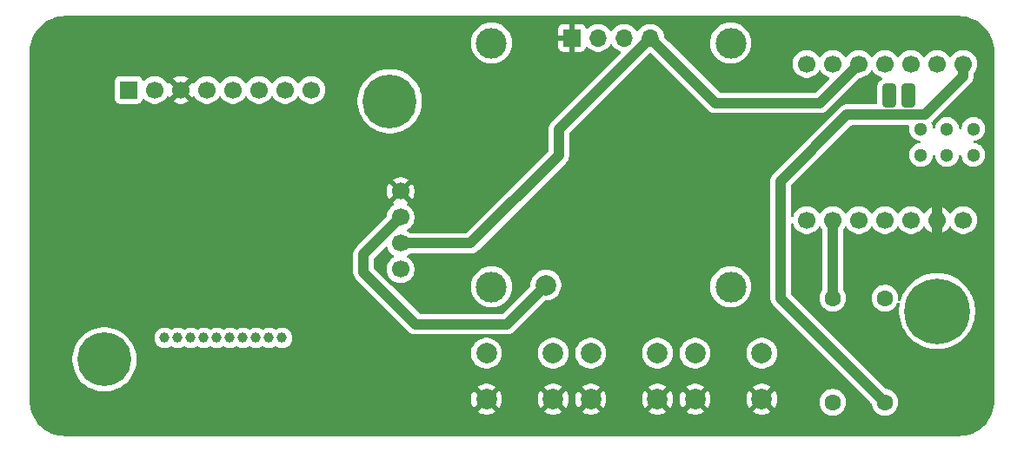
<source format=gbr>
%TF.GenerationSoftware,KiCad,Pcbnew,9.0.6*%
%TF.CreationDate,2025-12-26T01:47:04+08:00*%
%TF.ProjectId,hnr26-controller,686e7232-362d-4636-9f6e-74726f6c6c65,v0.0.6*%
%TF.SameCoordinates,Original*%
%TF.FileFunction,Copper,L2,Bot*%
%TF.FilePolarity,Positive*%
%FSLAX46Y46*%
G04 Gerber Fmt 4.6, Leading zero omitted, Abs format (unit mm)*
G04 Created by KiCad (PCBNEW 9.0.6) date 2025-12-26 01:47:04*
%MOMM*%
%LPD*%
G01*
G04 APERTURE LIST*
G04 Aperture macros list*
%AMRoundRect*
0 Rectangle with rounded corners*
0 $1 Rounding radius*
0 $2 $3 $4 $5 $6 $7 $8 $9 X,Y pos of 4 corners*
0 Add a 4 corners polygon primitive as box body*
4,1,4,$2,$3,$4,$5,$6,$7,$8,$9,$2,$3,0*
0 Add four circle primitives for the rounded corners*
1,1,$1+$1,$2,$3*
1,1,$1+$1,$4,$5*
1,1,$1+$1,$6,$7*
1,1,$1+$1,$8,$9*
0 Add four rect primitives between the rounded corners*
20,1,$1+$1,$2,$3,$4,$5,0*
20,1,$1+$1,$4,$5,$6,$7,0*
20,1,$1+$1,$6,$7,$8,$9,0*
20,1,$1+$1,$8,$9,$2,$3,0*%
G04 Aperture macros list end*
%TA.AperFunction,ComponentPad*%
%ADD10C,1.600000*%
%TD*%
%TA.AperFunction,ComponentPad*%
%ADD11C,2.000000*%
%TD*%
%TA.AperFunction,ComponentPad*%
%ADD12C,1.300000*%
%TD*%
%TA.AperFunction,ComponentPad*%
%ADD13C,1.700000*%
%TD*%
%TA.AperFunction,ComponentPad*%
%ADD14RoundRect,0.250000X-0.400000X0.900000X-0.400000X-0.900000X0.400000X-0.900000X0.400000X0.900000X0*%
%TD*%
%TA.AperFunction,ComponentPad*%
%ADD15C,0.800000*%
%TD*%
%TA.AperFunction,ComponentPad*%
%ADD16C,6.400000*%
%TD*%
%TA.AperFunction,WasherPad*%
%ADD17C,3.000000*%
%TD*%
%TA.AperFunction,ComponentPad*%
%ADD18R,1.700000X1.700000*%
%TD*%
%TA.AperFunction,ComponentPad*%
%ADD19O,1.700000X1.700000*%
%TD*%
%TA.AperFunction,WasherPad*%
%ADD20C,5.250000*%
%TD*%
%TA.AperFunction,ComponentPad*%
%ADD21C,1.000000*%
%TD*%
%TA.AperFunction,ViaPad*%
%ADD22C,2.000000*%
%TD*%
%TA.AperFunction,ViaPad*%
%ADD23C,1.000000*%
%TD*%
%TA.AperFunction,Conductor*%
%ADD24C,1.000000*%
%TD*%
G04 APERTURE END LIST*
D10*
%TO.P,R1,1*%
%TO.N,VCC*%
X83820000Y13970000D03*
%TO.P,R1,2*%
%TO.N,Net-(U1-GPIO2{slash}A0{slash}D0)*%
X83820000Y3810000D03*
%TD*%
D11*
%TO.P,SW2,1,1*%
%TO.N,/BTN.D*%
X55170000Y8600000D03*
X61670000Y8600000D03*
%TO.P,SW2,2,2*%
%TO.N,GND*%
X55170000Y4100000D03*
X61670000Y4100000D03*
%TD*%
D12*
%TO.P,U1,*%
%TO.N,*%
X92440000Y30480000D03*
X89860000Y30480000D03*
X87320000Y30480000D03*
X92440000Y27940000D03*
X89860000Y27940000D03*
X87320000Y27940000D03*
D13*
%TO.P,U1,1,GPIO2/A0/D0*%
%TO.N,Net-(U1-GPIO2{slash}A0{slash}D0)*%
X91440000Y36830000D03*
%TO.P,U1,2,GPIO3/A1/D1*%
%TO.N,unconnected-(U1-GPIO3{slash}A1{slash}D1-Pad2)_1*%
X88900000Y36830000D03*
%TO.P,U1,3,GPIO4/A2/D2*%
%TO.N,unconnected-(U1-GPIO4{slash}A2{slash}D2-Pad3)_1*%
X86360000Y36830000D03*
%TO.P,U1,4,GPIO5/A3/D3*%
%TO.N,unconnected-(U1-GPIO5{slash}A3{slash}D3-Pad4)*%
X83820000Y36830000D03*
%TO.P,U1,5,GPIO6/D4/SDA*%
%TO.N,/I2C.SDA*%
X81280000Y36830000D03*
%TO.P,U1,6,GPIO7/D5/SCL*%
%TO.N,/I2C.SCL*%
X78740000Y36830000D03*
%TO.P,U1,7,GPIO21/D6/TX*%
%TO.N,unconnected-(U1-GPIO21{slash}D6{slash}TX-Pad7)*%
X76200000Y36830000D03*
%TO.P,U1,8,GPIO20/D7/RX*%
%TO.N,/BTN.U*%
X76200000Y21590000D03*
%TO.P,U1,9,GPIO8/D8/SCK*%
%TO.N,/BTN.E*%
X78740000Y21590000D03*
%TO.P,U1,10,GPIO9/D9/MISO*%
%TO.N,/BTN.D*%
X81280000Y21590000D03*
%TO.P,U1,11,GPIO10/D10/MOSI*%
%TO.N,unconnected-(U1-GPIO10{slash}D10{slash}MOSI-Pad11)_1*%
X83820000Y21590000D03*
%TO.P,U1,12,3V3*%
%TO.N,VCC*%
X86360000Y21590000D03*
%TO.P,U1,13,GND*%
%TO.N,GND*%
X88900000Y21590000D03*
%TO.P,U1,14,VBUS*%
%TO.N,unconnected-(U1-VBUS-Pad14)*%
X91440000Y21590000D03*
D14*
%TO.P,U1,16,BAT*%
%TO.N,unconnected-(U1-BAT-Pad16)*%
X84220000Y33710000D03*
%TO.P,U1,17,GND*%
%TO.N,GND*%
X86120000Y33710000D03*
%TD*%
D10*
%TO.P,R2,1*%
%TO.N,VCC*%
X78740000Y3810000D03*
%TO.P,R2,2*%
%TO.N,/BTN.E*%
X78740000Y13970000D03*
%TD*%
D15*
%TO.P,H1,1,1*%
%TO.N,unconnected-(H1-Pad1)_5*%
X86500000Y12700000D03*
%TO.N,unconnected-(H1-Pad1)_4*%
X87202944Y14397056D03*
%TO.N,unconnected-(H1-Pad1)_8*%
X87202944Y11002944D03*
%TO.N,unconnected-(H1-Pad1)_6*%
X88900000Y15100000D03*
D16*
%TO.N,unconnected-(H1-Pad1)_3*%
X88900000Y12700000D03*
D15*
%TO.N,unconnected-(H1-Pad1)_7*%
X88900000Y10300000D03*
%TO.N,unconnected-(H1-Pad1)_2*%
X90597056Y14397056D03*
%TO.N,unconnected-(H1-Pad1)_1*%
X90597056Y11002944D03*
%TO.N,unconnected-(H1-Pad1)*%
X91300000Y12700000D03*
%TD*%
D11*
%TO.P,SW3,1,1*%
%TO.N,/BTN.E*%
X65330000Y8600000D03*
X71830000Y8600000D03*
%TO.P,SW3,2,2*%
%TO.N,GND*%
X65330000Y4100000D03*
X71830000Y4100000D03*
%TD*%
D17*
%TO.P,U3,*%
%TO.N,*%
X45500000Y38870000D03*
X45500000Y15070000D03*
X68800000Y38870000D03*
X68800000Y15070000D03*
D18*
%TO.P,U3,1,GND*%
%TO.N,GND*%
X53340000Y39370000D03*
D19*
%TO.P,U3,2,VCC*%
%TO.N,VCC*%
X55880000Y39370000D03*
%TO.P,U3,3,SCL*%
%TO.N,/I2C.SCL*%
X58420000Y39370000D03*
%TO.P,U3,4,SDA*%
%TO.N,/I2C.SDA*%
X60960000Y39370000D03*
%TD*%
D11*
%TO.P,SW1,1,1*%
%TO.N,/BTN.U*%
X45010000Y8600000D03*
X51510000Y8600000D03*
%TO.P,SW1,2,2*%
%TO.N,GND*%
X45010000Y4100000D03*
X51510000Y4100000D03*
%TD*%
D20*
%TO.P,U2,*%
%TO.N,*%
X35590000Y33190000D03*
X7790000Y7990000D03*
D18*
%TO.P,U2,1,RSTO*%
%TO.N,unconnected-(U2-RSTO-Pad1)*%
X10160000Y34290000D03*
D13*
%TO.P,U2,2,IRQ*%
%TO.N,unconnected-(U2-IRQ-Pad2)*%
X12700000Y34290000D03*
%TO.P,U2,3,GND*%
%TO.N,GND*%
X15240000Y34290000D03*
%TO.P,U2,4,VCC*%
%TO.N,VCC*%
X17780000Y34290000D03*
%TO.P,U2,5,SS*%
%TO.N,unconnected-(U2-SS-Pad5)*%
X20320000Y34290000D03*
%TO.P,U2,6,MOSI*%
%TO.N,unconnected-(U2-MOSI-Pad6)*%
X22860000Y34290000D03*
%TO.P,U2,7,MISO*%
%TO.N,unconnected-(U2-MISO-Pad7)*%
X25400000Y34290000D03*
%TO.P,U2,8,SCK*%
%TO.N,unconnected-(U2-SCK-Pad8)*%
X27940000Y34290000D03*
%TO.P,U2,9,GND*%
%TO.N,GND*%
X36640000Y24400000D03*
%TO.P,U2,10,VCC*%
%TO.N,VCC*%
X36640000Y21860000D03*
%TO.P,U2,11,SDA/TXD*%
%TO.N,/I2C.SDA*%
X36640000Y19320000D03*
%TO.P,U2,12,SCL/RXD*%
%TO.N,/I2C.SCL*%
X36640000Y16780000D03*
D21*
%TO.P,U2,13,AUX1*%
%TO.N,unconnected-(U2-AUX1-Pad13)*%
X25090000Y10090000D03*
%TO.P,U2,14,AUX2*%
%TO.N,unconnected-(U2-AUX2-Pad14)*%
X23820000Y10090000D03*
%TO.P,U2,15,DBGRXD*%
%TO.N,unconnected-(U2-DBGRXD-Pad15)*%
X22550000Y10090000D03*
%TO.P,U2,16,DBGTXD*%
%TO.N,unconnected-(U2-DBGTXD-Pad16)*%
X21280000Y10090000D03*
%TO.P,U2,17,INT0*%
%TO.N,unconnected-(U2-INT0-Pad17)*%
X20010000Y10090000D03*
%TO.P,U2,18,INT1*%
%TO.N,unconnected-(U2-INT1-Pad18)*%
X18740000Y10090000D03*
%TO.P,U2,19,SIGCLK*%
%TO.N,unconnected-(U2-SIGCLK-Pad19)*%
X17470000Y10090000D03*
%TO.P,U2,20,SIGOUT*%
%TO.N,unconnected-(U2-SIGOUT-Pad20)*%
X16200000Y10090000D03*
%TO.P,U2,21,SIGIN*%
%TO.N,unconnected-(U2-SIGIN-Pad21)*%
X14930000Y10090000D03*
%TO.P,U2,22,RSTPDN*%
%TO.N,unconnected-(U2-RSTPDN-Pad22)*%
X13660000Y10090000D03*
%TD*%
D22*
%TO.N,VCC*%
X50800000Y15240000D03*
D23*
%TO.N,GND*%
X39370000Y13970000D03*
X60960000Y21590000D03*
X64770000Y16510000D03*
X25400000Y17780000D03*
X62230000Y29210000D03*
X7620000Y17780000D03*
X20320000Y5080000D03*
X54610000Y30480000D03*
X72390000Y38100000D03*
X81280000Y16510000D03*
%TD*%
D24*
%TO.N,VCC*%
X33020000Y16510000D02*
X33020000Y18240000D01*
X50800000Y15240000D02*
X46990000Y11430000D01*
X46990000Y11430000D02*
X38100000Y11430000D01*
X33020000Y18240000D02*
X36640000Y21860000D01*
X38100000Y11430000D02*
X33020000Y16510000D01*
%TO.N,Net-(U1-GPIO2{slash}A0{slash}D0)*%
X73660000Y13970000D02*
X73660000Y25400000D01*
X87671081Y31859000D02*
X91440000Y35627919D01*
X73660000Y25400000D02*
X80119000Y31859000D01*
X80119000Y31859000D02*
X87671081Y31859000D01*
X83820000Y3810000D02*
X73660000Y13970000D01*
X91440000Y35627919D02*
X91440000Y36830000D01*
%TO.N,/BTN.E*%
X78740000Y13970000D02*
X78740000Y21590000D01*
%TO.N,GND*%
X88900000Y21590000D02*
X88900000Y17780000D01*
X88900000Y21590000D02*
X88900000Y24130000D01*
%TO.N,/I2C.SDA*%
X60960000Y39370000D02*
X67310000Y33020000D01*
X43450000Y19320000D02*
X36640000Y19320000D01*
X52070000Y30480000D02*
X52070000Y27940000D01*
X60960000Y39370000D02*
X52070000Y30480000D01*
X77470000Y33020000D02*
X81280000Y36830000D01*
X67310000Y33020000D02*
X77470000Y33020000D01*
X52070000Y27940000D02*
X43450000Y19320000D01*
%TD*%
%TA.AperFunction,Conductor*%
%TO.N,GND*%
G36*
X91003032Y41499352D02*
G01*
X91336929Y41482948D01*
X91349037Y41481755D01*
X91452146Y41466461D01*
X91676699Y41433151D01*
X91688617Y41430781D01*
X92009951Y41350291D01*
X92021588Y41346760D01*
X92092806Y41321278D01*
X92333467Y41235168D01*
X92344688Y41230521D01*
X92644163Y41088880D01*
X92654871Y41083156D01*
X92938988Y40912863D01*
X92949103Y40906105D01*
X93134779Y40768398D01*
X93215170Y40708776D01*
X93224576Y40701056D01*
X93470013Y40478605D01*
X93478604Y40470014D01*
X93562659Y40377274D01*
X93701055Y40224577D01*
X93708775Y40215171D01*
X93906102Y39949107D01*
X93912862Y39938989D01*
X94041776Y39723908D01*
X94083148Y39654884D01*
X94088883Y39644156D01*
X94176067Y39459820D01*
X94230514Y39344703D01*
X94235170Y39333460D01*
X94346759Y39021589D01*
X94350292Y39009945D01*
X94430777Y38688631D01*
X94433151Y38676695D01*
X94481754Y38349038D01*
X94482947Y38336929D01*
X94499351Y38003034D01*
X94499500Y37996949D01*
X94499500Y4003052D01*
X94499351Y3996967D01*
X94482947Y3663072D01*
X94481754Y3650963D01*
X94433151Y3323306D01*
X94430777Y3311370D01*
X94350292Y2990056D01*
X94346759Y2978412D01*
X94235170Y2666541D01*
X94230514Y2655298D01*
X94088885Y2355849D01*
X94083148Y2345117D01*
X93912862Y2061012D01*
X93906102Y2050894D01*
X93708775Y1784830D01*
X93701055Y1775424D01*
X93478611Y1529994D01*
X93470006Y1521389D01*
X93224576Y1298945D01*
X93215170Y1291225D01*
X92949106Y1093898D01*
X92938988Y1087138D01*
X92654883Y916852D01*
X92644151Y911115D01*
X92344702Y769486D01*
X92333459Y764830D01*
X92021588Y653241D01*
X92009944Y649708D01*
X91688630Y569223D01*
X91676694Y566849D01*
X91349037Y518246D01*
X91336928Y517053D01*
X91021989Y501581D01*
X91003031Y500649D01*
X90996949Y500500D01*
X4003051Y500500D01*
X3996968Y500649D01*
X3976900Y501635D01*
X3663071Y517053D01*
X3650962Y518246D01*
X3323305Y566849D01*
X3311369Y569223D01*
X2990055Y649708D01*
X2978411Y653241D01*
X2666540Y764830D01*
X2655301Y769485D01*
X2355844Y911117D01*
X2345121Y916850D01*
X2061011Y1087138D01*
X2050893Y1093898D01*
X1784829Y1291225D01*
X1775423Y1298945D01*
X1736475Y1334245D01*
X1529986Y1521396D01*
X1521395Y1529987D01*
X1298944Y1775424D01*
X1291224Y1784830D01*
X1093897Y2050894D01*
X1087137Y2061012D01*
X916844Y2345129D01*
X911120Y2355837D01*
X769479Y2655312D01*
X764838Y2666515D01*
X658833Y2962781D01*
X653240Y2978412D01*
X649707Y2990056D01*
X615057Y3128387D01*
X569219Y3311383D01*
X566848Y3323306D01*
X518245Y3650963D01*
X517052Y3663073D01*
X500649Y3996968D01*
X500500Y4003052D01*
X500500Y4218053D01*
X43510000Y4218053D01*
X43510000Y3981948D01*
X43546934Y3748753D01*
X43619897Y3524198D01*
X43727087Y3313826D01*
X43787338Y3230896D01*
X43787340Y3230895D01*
X44486212Y3929767D01*
X44497482Y3887708D01*
X44569890Y3762292D01*
X44672292Y3659890D01*
X44797708Y3587482D01*
X44839765Y3576213D01*
X44140893Y2877342D01*
X44223828Y2817086D01*
X44434197Y2709898D01*
X44658752Y2636935D01*
X44658751Y2636935D01*
X44891948Y2600000D01*
X45128052Y2600000D01*
X45361247Y2636935D01*
X45585802Y2709898D01*
X45796163Y2817082D01*
X45796169Y2817086D01*
X45879104Y2877342D01*
X45879105Y2877342D01*
X45180233Y3576213D01*
X45222292Y3587482D01*
X45347708Y3659890D01*
X45450110Y3762292D01*
X45522518Y3887708D01*
X45533787Y3929766D01*
X46232658Y3230895D01*
X46232658Y3230896D01*
X46292914Y3313831D01*
X46292918Y3313837D01*
X46400102Y3524198D01*
X46473065Y3748753D01*
X46510000Y3981948D01*
X46510000Y4218053D01*
X50010000Y4218053D01*
X50010000Y3981948D01*
X50046934Y3748753D01*
X50119897Y3524198D01*
X50227087Y3313826D01*
X50287338Y3230896D01*
X50287340Y3230895D01*
X50986212Y3929767D01*
X50997482Y3887708D01*
X51069890Y3762292D01*
X51172292Y3659890D01*
X51297708Y3587482D01*
X51339765Y3576213D01*
X50640893Y2877342D01*
X50723828Y2817086D01*
X50934197Y2709898D01*
X51158752Y2636935D01*
X51158751Y2636935D01*
X51391948Y2600000D01*
X51628052Y2600000D01*
X51861247Y2636935D01*
X52085802Y2709898D01*
X52296163Y2817082D01*
X52296169Y2817086D01*
X52379104Y2877342D01*
X52379105Y2877342D01*
X51680233Y3576213D01*
X51722292Y3587482D01*
X51847708Y3659890D01*
X51950110Y3762292D01*
X52022518Y3887708D01*
X52033787Y3929767D01*
X52732658Y3230895D01*
X52732658Y3230896D01*
X52792914Y3313831D01*
X52792918Y3313837D01*
X52900102Y3524198D01*
X52973065Y3748753D01*
X53010000Y3981948D01*
X53010000Y4218053D01*
X53670000Y4218053D01*
X53670000Y3981948D01*
X53706934Y3748753D01*
X53779897Y3524198D01*
X53887087Y3313826D01*
X53947338Y3230896D01*
X53947340Y3230895D01*
X54646212Y3929767D01*
X54657482Y3887708D01*
X54729890Y3762292D01*
X54832292Y3659890D01*
X54957708Y3587482D01*
X54999765Y3576213D01*
X54300893Y2877342D01*
X54383828Y2817086D01*
X54594197Y2709898D01*
X54818752Y2636935D01*
X54818751Y2636935D01*
X55051948Y2600000D01*
X55288052Y2600000D01*
X55521247Y2636935D01*
X55745802Y2709898D01*
X55956163Y2817082D01*
X55956169Y2817086D01*
X56039104Y2877342D01*
X56039105Y2877342D01*
X55340233Y3576213D01*
X55382292Y3587482D01*
X55507708Y3659890D01*
X55610110Y3762292D01*
X55682518Y3887708D01*
X55693787Y3929766D01*
X56392658Y3230895D01*
X56392658Y3230896D01*
X56452914Y3313831D01*
X56452918Y3313837D01*
X56560102Y3524198D01*
X56633065Y3748753D01*
X56670000Y3981948D01*
X56670000Y4218053D01*
X60170000Y4218053D01*
X60170000Y3981948D01*
X60206934Y3748753D01*
X60279897Y3524198D01*
X60387087Y3313826D01*
X60447338Y3230896D01*
X60447340Y3230895D01*
X61146212Y3929767D01*
X61157482Y3887708D01*
X61229890Y3762292D01*
X61332292Y3659890D01*
X61457708Y3587482D01*
X61499765Y3576213D01*
X60800893Y2877342D01*
X60883828Y2817086D01*
X61094197Y2709898D01*
X61318752Y2636935D01*
X61318751Y2636935D01*
X61551948Y2600000D01*
X61788052Y2600000D01*
X62021247Y2636935D01*
X62245802Y2709898D01*
X62456163Y2817082D01*
X62456169Y2817086D01*
X62539104Y2877342D01*
X62539105Y2877342D01*
X61840233Y3576213D01*
X61882292Y3587482D01*
X62007708Y3659890D01*
X62110110Y3762292D01*
X62182518Y3887708D01*
X62193787Y3929767D01*
X62892658Y3230895D01*
X62892658Y3230896D01*
X62952914Y3313831D01*
X62952918Y3313837D01*
X63060102Y3524198D01*
X63133065Y3748753D01*
X63170000Y3981948D01*
X63170000Y4218053D01*
X63830000Y4218053D01*
X63830000Y3981948D01*
X63866934Y3748753D01*
X63939897Y3524198D01*
X64047087Y3313826D01*
X64107338Y3230896D01*
X64107340Y3230895D01*
X64806212Y3929767D01*
X64817482Y3887708D01*
X64889890Y3762292D01*
X64992292Y3659890D01*
X65117708Y3587482D01*
X65159765Y3576213D01*
X64460893Y2877342D01*
X64543828Y2817086D01*
X64754197Y2709898D01*
X64978752Y2636935D01*
X64978751Y2636935D01*
X65211948Y2600000D01*
X65448052Y2600000D01*
X65681247Y2636935D01*
X65905802Y2709898D01*
X66116163Y2817082D01*
X66116169Y2817086D01*
X66199104Y2877342D01*
X66199105Y2877342D01*
X65500233Y3576213D01*
X65542292Y3587482D01*
X65667708Y3659890D01*
X65770110Y3762292D01*
X65842518Y3887708D01*
X65853787Y3929767D01*
X66552658Y3230895D01*
X66552658Y3230896D01*
X66612914Y3313831D01*
X66612918Y3313837D01*
X66720102Y3524198D01*
X66793065Y3748753D01*
X66830000Y3981948D01*
X66830000Y4218053D01*
X70330000Y4218053D01*
X70330000Y3981948D01*
X70366934Y3748753D01*
X70439897Y3524198D01*
X70547087Y3313826D01*
X70607338Y3230896D01*
X70607340Y3230895D01*
X71306212Y3929767D01*
X71317482Y3887708D01*
X71389890Y3762292D01*
X71492292Y3659890D01*
X71617708Y3587482D01*
X71659765Y3576213D01*
X70960893Y2877342D01*
X71043828Y2817086D01*
X71254197Y2709898D01*
X71478752Y2636935D01*
X71478751Y2636935D01*
X71711948Y2600000D01*
X71948052Y2600000D01*
X72181247Y2636935D01*
X72405802Y2709898D01*
X72616163Y2817082D01*
X72616169Y2817086D01*
X72699104Y2877342D01*
X72699105Y2877342D01*
X72000233Y3576213D01*
X72042292Y3587482D01*
X72167708Y3659890D01*
X72270110Y3762292D01*
X72342518Y3887708D01*
X72353787Y3929766D01*
X73052658Y3230895D01*
X73052658Y3230896D01*
X73112914Y3313831D01*
X73112918Y3313837D01*
X73220102Y3524198D01*
X73293065Y3748753D01*
X73318977Y3912352D01*
X77439500Y3912352D01*
X77439500Y3707649D01*
X77471522Y3505466D01*
X77534781Y3310777D01*
X77627715Y3128387D01*
X77748028Y2962787D01*
X77892786Y2818029D01*
X78041619Y2709898D01*
X78058390Y2697713D01*
X78174607Y2638497D01*
X78240776Y2604782D01*
X78240778Y2604782D01*
X78240781Y2604780D01*
X78345137Y2570873D01*
X78435465Y2541523D01*
X78536557Y2525512D01*
X78637648Y2509500D01*
X78637649Y2509500D01*
X78842351Y2509500D01*
X78842352Y2509500D01*
X79044534Y2541523D01*
X79239219Y2604780D01*
X79421610Y2697713D01*
X79514590Y2765268D01*
X79587213Y2818029D01*
X79587215Y2818032D01*
X79587219Y2818034D01*
X79731966Y2962781D01*
X79731968Y2962785D01*
X79731971Y2962787D01*
X79784732Y3035410D01*
X79852287Y3128390D01*
X79945220Y3310781D01*
X80008477Y3505466D01*
X80040500Y3707648D01*
X80040500Y3912352D01*
X80008477Y4114534D01*
X79945220Y4309219D01*
X79945218Y4309222D01*
X79945218Y4309224D01*
X79872852Y4451248D01*
X79852287Y4491610D01*
X79817050Y4540110D01*
X79731971Y4657214D01*
X79587213Y4801972D01*
X79421613Y4922285D01*
X79421612Y4922286D01*
X79421610Y4922287D01*
X79329721Y4969107D01*
X79239223Y5015219D01*
X79044534Y5078478D01*
X78856690Y5108229D01*
X78842352Y5110500D01*
X78637648Y5110500D01*
X78623310Y5108229D01*
X78435465Y5078478D01*
X78240776Y5015219D01*
X78058386Y4922285D01*
X77892786Y4801972D01*
X77748028Y4657214D01*
X77627715Y4491614D01*
X77534781Y4309224D01*
X77471522Y4114535D01*
X77439500Y3912352D01*
X73318977Y3912352D01*
X73322821Y3936622D01*
X73330000Y3981948D01*
X73330000Y4218053D01*
X73293065Y4451248D01*
X73220102Y4675803D01*
X73112914Y4886172D01*
X73052658Y4969106D01*
X73052658Y4969107D01*
X72353787Y4270235D01*
X72342518Y4312292D01*
X72270110Y4437708D01*
X72167708Y4540110D01*
X72042292Y4612518D01*
X72000234Y4623788D01*
X72699105Y5322660D01*
X72699104Y5322662D01*
X72616174Y5382913D01*
X72405802Y5490103D01*
X72181247Y5563066D01*
X72181248Y5563066D01*
X71948052Y5600000D01*
X71711948Y5600000D01*
X71478752Y5563066D01*
X71254197Y5490103D01*
X71043830Y5382916D01*
X70960894Y5322660D01*
X71659766Y4623788D01*
X71617708Y4612518D01*
X71492292Y4540110D01*
X71389890Y4437708D01*
X71317482Y4312292D01*
X71306212Y4270234D01*
X70607340Y4969106D01*
X70547084Y4886170D01*
X70439897Y4675803D01*
X70366934Y4451248D01*
X70330000Y4218053D01*
X66830000Y4218053D01*
X66793065Y4451248D01*
X66720102Y4675803D01*
X66612914Y4886172D01*
X66552658Y4969106D01*
X66552658Y4969107D01*
X65853787Y4270235D01*
X65842518Y4312292D01*
X65770110Y4437708D01*
X65667708Y4540110D01*
X65542292Y4612518D01*
X65500234Y4623788D01*
X66199105Y5322660D01*
X66199104Y5322661D01*
X66116174Y5382913D01*
X65905802Y5490103D01*
X65681247Y5563066D01*
X65681248Y5563066D01*
X65448052Y5600000D01*
X65211948Y5600000D01*
X64978752Y5563066D01*
X64754197Y5490103D01*
X64543830Y5382916D01*
X64460894Y5322660D01*
X65159766Y4623788D01*
X65117708Y4612518D01*
X64992292Y4540110D01*
X64889890Y4437708D01*
X64817482Y4312292D01*
X64806212Y4270234D01*
X64107340Y4969106D01*
X64047084Y4886170D01*
X63939897Y4675803D01*
X63866934Y4451248D01*
X63830000Y4218053D01*
X63170000Y4218053D01*
X63133065Y4451248D01*
X63060102Y4675803D01*
X62952914Y4886172D01*
X62892658Y4969106D01*
X62892658Y4969107D01*
X62193787Y4270235D01*
X62182518Y4312292D01*
X62110110Y4437708D01*
X62007708Y4540110D01*
X61882292Y4612518D01*
X61840234Y4623788D01*
X62539105Y5322660D01*
X62539104Y5322661D01*
X62456174Y5382913D01*
X62245802Y5490103D01*
X62021247Y5563066D01*
X62021248Y5563066D01*
X61788052Y5600000D01*
X61551948Y5600000D01*
X61318752Y5563066D01*
X61094197Y5490103D01*
X60883830Y5382916D01*
X60800894Y5322660D01*
X61499766Y4623788D01*
X61457708Y4612518D01*
X61332292Y4540110D01*
X61229890Y4437708D01*
X61157482Y4312292D01*
X61146212Y4270234D01*
X60447340Y4969106D01*
X60387084Y4886170D01*
X60279897Y4675803D01*
X60206934Y4451248D01*
X60170000Y4218053D01*
X56670000Y4218053D01*
X56633065Y4451248D01*
X56560102Y4675803D01*
X56452914Y4886172D01*
X56392658Y4969106D01*
X56392658Y4969107D01*
X55693787Y4270235D01*
X55682518Y4312292D01*
X55610110Y4437708D01*
X55507708Y4540110D01*
X55382292Y4612518D01*
X55340234Y4623788D01*
X56039105Y5322660D01*
X56039104Y5322661D01*
X55956174Y5382913D01*
X55745802Y5490103D01*
X55521247Y5563066D01*
X55521248Y5563066D01*
X55288052Y5600000D01*
X55051948Y5600000D01*
X54818752Y5563066D01*
X54594197Y5490103D01*
X54383830Y5382916D01*
X54300894Y5322660D01*
X54999766Y4623788D01*
X54957708Y4612518D01*
X54832292Y4540110D01*
X54729890Y4437708D01*
X54657482Y4312292D01*
X54646212Y4270235D01*
X53947340Y4969106D01*
X53887084Y4886170D01*
X53779897Y4675803D01*
X53706934Y4451248D01*
X53670000Y4218053D01*
X53010000Y4218053D01*
X52973065Y4451248D01*
X52900102Y4675803D01*
X52792914Y4886172D01*
X52732658Y4969106D01*
X52732658Y4969107D01*
X52033787Y4270235D01*
X52022518Y4312292D01*
X51950110Y4437708D01*
X51847708Y4540110D01*
X51722292Y4612518D01*
X51680234Y4623788D01*
X52379105Y5322660D01*
X52379104Y5322661D01*
X52296174Y5382913D01*
X52085802Y5490103D01*
X51861247Y5563066D01*
X51861248Y5563066D01*
X51628052Y5600000D01*
X51391948Y5600000D01*
X51158752Y5563066D01*
X50934197Y5490103D01*
X50723830Y5382916D01*
X50640894Y5322660D01*
X51339766Y4623788D01*
X51297708Y4612518D01*
X51172292Y4540110D01*
X51069890Y4437708D01*
X50997482Y4312292D01*
X50986212Y4270234D01*
X50287340Y4969106D01*
X50227084Y4886170D01*
X50119897Y4675803D01*
X50046934Y4451248D01*
X50010000Y4218053D01*
X46510000Y4218053D01*
X46473065Y4451248D01*
X46400102Y4675803D01*
X46292914Y4886172D01*
X46232658Y4969106D01*
X46232658Y4969107D01*
X45533787Y4270235D01*
X45522518Y4312292D01*
X45450110Y4437708D01*
X45347708Y4540110D01*
X45222292Y4612518D01*
X45180234Y4623788D01*
X45879105Y5322660D01*
X45879104Y5322661D01*
X45796174Y5382913D01*
X45585802Y5490103D01*
X45361247Y5563066D01*
X45361248Y5563066D01*
X45128052Y5600000D01*
X44891948Y5600000D01*
X44658752Y5563066D01*
X44434197Y5490103D01*
X44223830Y5382916D01*
X44140894Y5322660D01*
X44839766Y4623788D01*
X44797708Y4612518D01*
X44672292Y4540110D01*
X44569890Y4437708D01*
X44497482Y4312292D01*
X44486212Y4270234D01*
X43787340Y4969106D01*
X43727084Y4886170D01*
X43619897Y4675803D01*
X43546934Y4451248D01*
X43510000Y4218053D01*
X500500Y4218053D01*
X500500Y8165529D01*
X4664500Y8165529D01*
X4664500Y7814472D01*
X4703803Y7465647D01*
X4703805Y7465631D01*
X4781919Y7123388D01*
X4781923Y7123376D01*
X4897861Y6792045D01*
X4897867Y6792031D01*
X5050177Y6475757D01*
X5050179Y6475754D01*
X5236948Y6178513D01*
X5455823Y5904052D01*
X5704052Y5655823D01*
X5978513Y5436948D01*
X6275754Y5250179D01*
X6592038Y5097864D01*
X6592044Y5097862D01*
X6923375Y4981924D01*
X6923387Y4981920D01*
X7265634Y4903805D01*
X7614472Y4864501D01*
X7614473Y4864500D01*
X7614476Y4864500D01*
X7965527Y4864500D01*
X7965527Y4864501D01*
X8314366Y4903805D01*
X8656613Y4981920D01*
X8987962Y5097864D01*
X9304246Y5250179D01*
X9454417Y5344538D01*
X9511484Y5380395D01*
X9530484Y5392335D01*
X9601487Y5436948D01*
X9875948Y5655823D01*
X10124177Y5904052D01*
X10343052Y6178513D01*
X10529821Y6475754D01*
X10682136Y6792038D01*
X10798080Y7123387D01*
X10876195Y7465634D01*
X10915500Y7814476D01*
X10915500Y8165524D01*
X10876195Y8514366D01*
X10829695Y8718098D01*
X43509500Y8718098D01*
X43509500Y8481903D01*
X43546446Y8248632D01*
X43619433Y8024004D01*
X43726194Y7814476D01*
X43726657Y7813567D01*
X43865483Y7622490D01*
X44032490Y7455483D01*
X44223567Y7316657D01*
X44322991Y7265998D01*
X44434003Y7209434D01*
X44434005Y7209434D01*
X44434008Y7209432D01*
X44554412Y7170311D01*
X44658631Y7136447D01*
X44891903Y7099500D01*
X44891908Y7099500D01*
X45128097Y7099500D01*
X45361368Y7136447D01*
X45585992Y7209432D01*
X45796433Y7316657D01*
X45987510Y7455483D01*
X46154517Y7622490D01*
X46293343Y7813567D01*
X46400568Y8024008D01*
X46473553Y8248632D01*
X46510500Y8481903D01*
X46510500Y8718098D01*
X50009500Y8718098D01*
X50009500Y8481903D01*
X50046446Y8248632D01*
X50119433Y8024004D01*
X50226194Y7814476D01*
X50226657Y7813567D01*
X50365483Y7622490D01*
X50532490Y7455483D01*
X50723567Y7316657D01*
X50822991Y7265998D01*
X50934003Y7209434D01*
X50934005Y7209434D01*
X50934008Y7209432D01*
X51054412Y7170311D01*
X51158631Y7136447D01*
X51391903Y7099500D01*
X51391908Y7099500D01*
X51628097Y7099500D01*
X51861368Y7136447D01*
X52085992Y7209432D01*
X52296433Y7316657D01*
X52487510Y7455483D01*
X52654517Y7622490D01*
X52793343Y7813567D01*
X52900568Y8024008D01*
X52973553Y8248632D01*
X53010500Y8481903D01*
X53010500Y8718098D01*
X53669500Y8718098D01*
X53669500Y8481903D01*
X53706446Y8248632D01*
X53779433Y8024004D01*
X53886194Y7814476D01*
X53886657Y7813567D01*
X54025483Y7622490D01*
X54192490Y7455483D01*
X54383567Y7316657D01*
X54482991Y7265998D01*
X54594003Y7209434D01*
X54594005Y7209434D01*
X54594008Y7209432D01*
X54714412Y7170311D01*
X54818631Y7136447D01*
X55051903Y7099500D01*
X55051908Y7099500D01*
X55288097Y7099500D01*
X55521368Y7136447D01*
X55745992Y7209432D01*
X55956433Y7316657D01*
X56147510Y7455483D01*
X56314517Y7622490D01*
X56453343Y7813567D01*
X56560568Y8024008D01*
X56633553Y8248632D01*
X56670500Y8481903D01*
X56670500Y8718098D01*
X60169500Y8718098D01*
X60169500Y8481903D01*
X60206446Y8248632D01*
X60279433Y8024004D01*
X60386194Y7814476D01*
X60386657Y7813567D01*
X60525483Y7622490D01*
X60692490Y7455483D01*
X60883567Y7316657D01*
X60982991Y7265998D01*
X61094003Y7209434D01*
X61094005Y7209434D01*
X61094008Y7209432D01*
X61214412Y7170311D01*
X61318631Y7136447D01*
X61551903Y7099500D01*
X61551908Y7099500D01*
X61788097Y7099500D01*
X62021368Y7136447D01*
X62245992Y7209432D01*
X62456433Y7316657D01*
X62647510Y7455483D01*
X62814517Y7622490D01*
X62953343Y7813567D01*
X63060568Y8024008D01*
X63133553Y8248632D01*
X63170500Y8481903D01*
X63170500Y8718098D01*
X63829500Y8718098D01*
X63829500Y8481903D01*
X63866446Y8248632D01*
X63939433Y8024004D01*
X64046194Y7814476D01*
X64046657Y7813567D01*
X64185483Y7622490D01*
X64352490Y7455483D01*
X64543567Y7316657D01*
X64642991Y7265998D01*
X64754003Y7209434D01*
X64754005Y7209434D01*
X64754008Y7209432D01*
X64874412Y7170311D01*
X64978631Y7136447D01*
X65211903Y7099500D01*
X65211908Y7099500D01*
X65448097Y7099500D01*
X65681368Y7136447D01*
X65905992Y7209432D01*
X66116433Y7316657D01*
X66307510Y7455483D01*
X66474517Y7622490D01*
X66613343Y7813567D01*
X66720568Y8024008D01*
X66793553Y8248632D01*
X66830500Y8481903D01*
X66830500Y8718098D01*
X70329500Y8718098D01*
X70329500Y8481903D01*
X70366446Y8248632D01*
X70439433Y8024004D01*
X70546194Y7814476D01*
X70546657Y7813567D01*
X70685483Y7622490D01*
X70852490Y7455483D01*
X71043567Y7316657D01*
X71142991Y7265998D01*
X71254003Y7209434D01*
X71254005Y7209434D01*
X71254008Y7209432D01*
X71374412Y7170311D01*
X71478631Y7136447D01*
X71711903Y7099500D01*
X71711908Y7099500D01*
X71948097Y7099500D01*
X72181368Y7136447D01*
X72405992Y7209432D01*
X72616433Y7316657D01*
X72807510Y7455483D01*
X72974517Y7622490D01*
X73113343Y7813567D01*
X73220568Y8024008D01*
X73293553Y8248632D01*
X73330500Y8481903D01*
X73330500Y8718098D01*
X73293553Y8951369D01*
X73236178Y9127949D01*
X73220568Y9175992D01*
X73220566Y9175995D01*
X73220566Y9175997D01*
X73113342Y9386434D01*
X73065547Y9452218D01*
X72974517Y9577510D01*
X72807510Y9744517D01*
X72616433Y9883343D01*
X72405996Y9990567D01*
X72181368Y10063554D01*
X71948097Y10100500D01*
X71948092Y10100500D01*
X71711908Y10100500D01*
X71711903Y10100500D01*
X71478631Y10063554D01*
X71254003Y9990567D01*
X71043566Y9883343D01*
X70934550Y9804138D01*
X70852490Y9744517D01*
X70852488Y9744515D01*
X70852487Y9744515D01*
X70685485Y9577513D01*
X70685485Y9577512D01*
X70685483Y9577510D01*
X70645263Y9522152D01*
X70546657Y9386434D01*
X70439433Y9175997D01*
X70366446Y8951369D01*
X70329500Y8718098D01*
X66830500Y8718098D01*
X66793553Y8951369D01*
X66736178Y9127949D01*
X66720568Y9175992D01*
X66720566Y9175995D01*
X66720566Y9175997D01*
X66613342Y9386434D01*
X66565547Y9452218D01*
X66474517Y9577510D01*
X66307510Y9744517D01*
X66116433Y9883343D01*
X65905996Y9990567D01*
X65681368Y10063554D01*
X65448097Y10100500D01*
X65448092Y10100500D01*
X65211908Y10100500D01*
X65211903Y10100500D01*
X64978631Y10063554D01*
X64754003Y9990567D01*
X64543566Y9883343D01*
X64434550Y9804138D01*
X64352490Y9744517D01*
X64352488Y9744515D01*
X64352487Y9744515D01*
X64185485Y9577513D01*
X64185485Y9577512D01*
X64185483Y9577510D01*
X64145263Y9522152D01*
X64046657Y9386434D01*
X63939433Y9175997D01*
X63866446Y8951369D01*
X63829500Y8718098D01*
X63170500Y8718098D01*
X63133553Y8951369D01*
X63076178Y9127949D01*
X63060568Y9175992D01*
X63060566Y9175995D01*
X63060566Y9175997D01*
X62953342Y9386434D01*
X62905547Y9452218D01*
X62814517Y9577510D01*
X62647510Y9744517D01*
X62456433Y9883343D01*
X62245996Y9990567D01*
X62021368Y10063554D01*
X61788097Y10100500D01*
X61788092Y10100500D01*
X61551908Y10100500D01*
X61551903Y10100500D01*
X61318631Y10063554D01*
X61094003Y9990567D01*
X60883566Y9883343D01*
X60774550Y9804138D01*
X60692490Y9744517D01*
X60692488Y9744515D01*
X60692487Y9744515D01*
X60525485Y9577513D01*
X60525485Y9577512D01*
X60525483Y9577510D01*
X60485263Y9522152D01*
X60386657Y9386434D01*
X60279433Y9175997D01*
X60206446Y8951369D01*
X60169500Y8718098D01*
X56670500Y8718098D01*
X56633553Y8951369D01*
X56576178Y9127949D01*
X56560568Y9175992D01*
X56560566Y9175995D01*
X56560566Y9175997D01*
X56453342Y9386434D01*
X56405547Y9452218D01*
X56314517Y9577510D01*
X56147510Y9744517D01*
X55956433Y9883343D01*
X55745996Y9990567D01*
X55521368Y10063554D01*
X55288097Y10100500D01*
X55288092Y10100500D01*
X55051908Y10100500D01*
X55051903Y10100500D01*
X54818631Y10063554D01*
X54594003Y9990567D01*
X54383566Y9883343D01*
X54274550Y9804138D01*
X54192490Y9744517D01*
X54192488Y9744515D01*
X54192487Y9744515D01*
X54025485Y9577513D01*
X54025485Y9577512D01*
X54025483Y9577510D01*
X53985263Y9522152D01*
X53886657Y9386434D01*
X53779433Y9175997D01*
X53706446Y8951369D01*
X53669500Y8718098D01*
X53010500Y8718098D01*
X52973553Y8951369D01*
X52916178Y9127949D01*
X52900568Y9175992D01*
X52900566Y9175995D01*
X52900566Y9175997D01*
X52793342Y9386434D01*
X52745547Y9452218D01*
X52654517Y9577510D01*
X52487510Y9744517D01*
X52296433Y9883343D01*
X52085996Y9990567D01*
X51861368Y10063554D01*
X51628097Y10100500D01*
X51628092Y10100500D01*
X51391908Y10100500D01*
X51391903Y10100500D01*
X51158631Y10063554D01*
X50934003Y9990567D01*
X50723566Y9883343D01*
X50614550Y9804138D01*
X50532490Y9744517D01*
X50532488Y9744515D01*
X50532487Y9744515D01*
X50365485Y9577513D01*
X50365485Y9577512D01*
X50365483Y9577510D01*
X50325263Y9522152D01*
X50226657Y9386434D01*
X50119433Y9175997D01*
X50046446Y8951369D01*
X50009500Y8718098D01*
X46510500Y8718098D01*
X46473553Y8951369D01*
X46416178Y9127949D01*
X46400568Y9175992D01*
X46400566Y9175995D01*
X46400566Y9175997D01*
X46293342Y9386434D01*
X46245547Y9452218D01*
X46154517Y9577510D01*
X45987510Y9744517D01*
X45796433Y9883343D01*
X45585996Y9990567D01*
X45361368Y10063554D01*
X45128097Y10100500D01*
X45128092Y10100500D01*
X44891908Y10100500D01*
X44891903Y10100500D01*
X44658631Y10063554D01*
X44434003Y9990567D01*
X44223566Y9883343D01*
X44114550Y9804138D01*
X44032490Y9744517D01*
X44032488Y9744515D01*
X44032487Y9744515D01*
X43865485Y9577513D01*
X43865485Y9577512D01*
X43865483Y9577510D01*
X43825263Y9522152D01*
X43726657Y9386434D01*
X43619433Y9175997D01*
X43546446Y8951369D01*
X43509500Y8718098D01*
X10829695Y8718098D01*
X10798080Y8856613D01*
X10764923Y8951369D01*
X10682138Y9187956D01*
X10682136Y9187962D01*
X10529821Y9504246D01*
X10343052Y9801487D01*
X10191556Y9991457D01*
X12659499Y9991457D01*
X12697947Y9798171D01*
X12697950Y9798161D01*
X12773364Y9616093D01*
X12773371Y9616080D01*
X12882860Y9452219D01*
X12882863Y9452215D01*
X13022214Y9312864D01*
X13022218Y9312861D01*
X13186079Y9203372D01*
X13186092Y9203365D01*
X13368160Y9127951D01*
X13368165Y9127949D01*
X13368169Y9127949D01*
X13368170Y9127948D01*
X13561456Y9089500D01*
X13561459Y9089500D01*
X13758543Y9089500D01*
X13888582Y9115368D01*
X13951835Y9127949D01*
X14133914Y9203368D01*
X14226109Y9264971D01*
X14292786Y9285849D01*
X14360166Y9267365D01*
X14363891Y9264971D01*
X14456086Y9203368D01*
X14456088Y9203367D01*
X14456092Y9203365D01*
X14638160Y9127951D01*
X14638165Y9127949D01*
X14638169Y9127949D01*
X14638170Y9127948D01*
X14831456Y9089500D01*
X14831459Y9089500D01*
X15028543Y9089500D01*
X15158582Y9115368D01*
X15221835Y9127949D01*
X15403914Y9203368D01*
X15496109Y9264971D01*
X15562786Y9285849D01*
X15630166Y9267365D01*
X15633891Y9264971D01*
X15726086Y9203368D01*
X15726088Y9203367D01*
X15726092Y9203365D01*
X15908160Y9127951D01*
X15908165Y9127949D01*
X15908169Y9127949D01*
X15908170Y9127948D01*
X16101456Y9089500D01*
X16101459Y9089500D01*
X16298543Y9089500D01*
X16428582Y9115368D01*
X16491835Y9127949D01*
X16673914Y9203368D01*
X16766109Y9264971D01*
X16832786Y9285849D01*
X16900166Y9267365D01*
X16903891Y9264971D01*
X16996086Y9203368D01*
X16996088Y9203367D01*
X16996092Y9203365D01*
X17178160Y9127951D01*
X17178165Y9127949D01*
X17178169Y9127949D01*
X17178170Y9127948D01*
X17371456Y9089500D01*
X17371459Y9089500D01*
X17568543Y9089500D01*
X17698582Y9115368D01*
X17761835Y9127949D01*
X17943914Y9203368D01*
X18036109Y9264971D01*
X18102786Y9285849D01*
X18170166Y9267365D01*
X18173891Y9264971D01*
X18266086Y9203368D01*
X18266088Y9203367D01*
X18266092Y9203365D01*
X18448160Y9127951D01*
X18448165Y9127949D01*
X18448169Y9127949D01*
X18448170Y9127948D01*
X18641456Y9089500D01*
X18641459Y9089500D01*
X18838543Y9089500D01*
X18968582Y9115368D01*
X19031835Y9127949D01*
X19213914Y9203368D01*
X19306109Y9264971D01*
X19372786Y9285849D01*
X19440166Y9267365D01*
X19443891Y9264971D01*
X19536086Y9203368D01*
X19536088Y9203367D01*
X19536092Y9203365D01*
X19718160Y9127951D01*
X19718165Y9127949D01*
X19718169Y9127949D01*
X19718170Y9127948D01*
X19911456Y9089500D01*
X19911459Y9089500D01*
X20108543Y9089500D01*
X20238582Y9115368D01*
X20301835Y9127949D01*
X20483914Y9203368D01*
X20576109Y9264971D01*
X20642786Y9285849D01*
X20710166Y9267365D01*
X20713891Y9264971D01*
X20806086Y9203368D01*
X20806088Y9203367D01*
X20806092Y9203365D01*
X20988160Y9127951D01*
X20988165Y9127949D01*
X20988169Y9127949D01*
X20988170Y9127948D01*
X21181456Y9089500D01*
X21181459Y9089500D01*
X21378543Y9089500D01*
X21508582Y9115368D01*
X21571835Y9127949D01*
X21753914Y9203368D01*
X21846109Y9264971D01*
X21912786Y9285849D01*
X21980166Y9267365D01*
X21983891Y9264971D01*
X22076086Y9203368D01*
X22076088Y9203367D01*
X22076092Y9203365D01*
X22258160Y9127951D01*
X22258165Y9127949D01*
X22258169Y9127949D01*
X22258170Y9127948D01*
X22451456Y9089500D01*
X22451459Y9089500D01*
X22648543Y9089500D01*
X22778582Y9115368D01*
X22841835Y9127949D01*
X23023914Y9203368D01*
X23116109Y9264971D01*
X23182786Y9285849D01*
X23250166Y9267365D01*
X23253891Y9264971D01*
X23346086Y9203368D01*
X23346088Y9203367D01*
X23346092Y9203365D01*
X23528160Y9127951D01*
X23528165Y9127949D01*
X23528169Y9127949D01*
X23528170Y9127948D01*
X23721456Y9089500D01*
X23721459Y9089500D01*
X23918543Y9089500D01*
X24048582Y9115368D01*
X24111835Y9127949D01*
X24293914Y9203368D01*
X24386109Y9264971D01*
X24452786Y9285849D01*
X24520166Y9267365D01*
X24523891Y9264971D01*
X24616086Y9203368D01*
X24616088Y9203367D01*
X24616092Y9203365D01*
X24798160Y9127951D01*
X24798165Y9127949D01*
X24798169Y9127949D01*
X24798170Y9127948D01*
X24991456Y9089500D01*
X24991459Y9089500D01*
X25188543Y9089500D01*
X25318582Y9115368D01*
X25381835Y9127949D01*
X25563914Y9203368D01*
X25727782Y9312861D01*
X25867139Y9452218D01*
X25976632Y9616086D01*
X26052051Y9798165D01*
X26090500Y9991459D01*
X26090500Y10188541D01*
X26090500Y10188544D01*
X26052052Y10381830D01*
X26052051Y10381831D01*
X26052051Y10381835D01*
X26024751Y10447744D01*
X25976635Y10563908D01*
X25976628Y10563921D01*
X25867139Y10727782D01*
X25867136Y10727786D01*
X25727785Y10867137D01*
X25727781Y10867140D01*
X25563920Y10976629D01*
X25563907Y10976636D01*
X25381839Y11052050D01*
X25381829Y11052053D01*
X25188543Y11090500D01*
X25188541Y11090500D01*
X24991459Y11090500D01*
X24991457Y11090500D01*
X24798170Y11052053D01*
X24798160Y11052050D01*
X24616089Y10976634D01*
X24523890Y10915029D01*
X24457213Y10894152D01*
X24389833Y10912637D01*
X24386110Y10915029D01*
X24359740Y10932648D01*
X24293914Y10976632D01*
X24293911Y10976634D01*
X24293910Y10976634D01*
X24111839Y11052050D01*
X24111829Y11052053D01*
X23918543Y11090500D01*
X23918541Y11090500D01*
X23721459Y11090500D01*
X23721457Y11090500D01*
X23528170Y11052053D01*
X23528160Y11052050D01*
X23346089Y10976634D01*
X23253890Y10915029D01*
X23187213Y10894152D01*
X23119833Y10912637D01*
X23116110Y10915029D01*
X23089740Y10932648D01*
X23023914Y10976632D01*
X23023911Y10976634D01*
X23023910Y10976634D01*
X22841839Y11052050D01*
X22841829Y11052053D01*
X22648543Y11090500D01*
X22648541Y11090500D01*
X22451459Y11090500D01*
X22451457Y11090500D01*
X22258170Y11052053D01*
X22258160Y11052050D01*
X22076089Y10976634D01*
X21983890Y10915029D01*
X21917213Y10894152D01*
X21849833Y10912637D01*
X21846110Y10915029D01*
X21819740Y10932648D01*
X21753914Y10976632D01*
X21753911Y10976634D01*
X21753910Y10976634D01*
X21571839Y11052050D01*
X21571829Y11052053D01*
X21378543Y11090500D01*
X21378541Y11090500D01*
X21181459Y11090500D01*
X21181457Y11090500D01*
X20988170Y11052053D01*
X20988160Y11052050D01*
X20806089Y10976634D01*
X20713890Y10915029D01*
X20647213Y10894152D01*
X20579833Y10912637D01*
X20576110Y10915029D01*
X20549740Y10932648D01*
X20483914Y10976632D01*
X20483911Y10976634D01*
X20483910Y10976634D01*
X20301839Y11052050D01*
X20301829Y11052053D01*
X20108543Y11090500D01*
X20108541Y11090500D01*
X19911459Y11090500D01*
X19911457Y11090500D01*
X19718170Y11052053D01*
X19718160Y11052050D01*
X19536089Y10976634D01*
X19443890Y10915029D01*
X19377213Y10894152D01*
X19309833Y10912637D01*
X19306110Y10915029D01*
X19279740Y10932648D01*
X19213914Y10976632D01*
X19213911Y10976634D01*
X19213910Y10976634D01*
X19031839Y11052050D01*
X19031829Y11052053D01*
X18838543Y11090500D01*
X18838541Y11090500D01*
X18641459Y11090500D01*
X18641457Y11090500D01*
X18448170Y11052053D01*
X18448160Y11052050D01*
X18266089Y10976634D01*
X18173890Y10915029D01*
X18107213Y10894152D01*
X18039833Y10912637D01*
X18036110Y10915029D01*
X18009740Y10932648D01*
X17943914Y10976632D01*
X17943911Y10976634D01*
X17943910Y10976634D01*
X17761839Y11052050D01*
X17761829Y11052053D01*
X17568543Y11090500D01*
X17568541Y11090500D01*
X17371459Y11090500D01*
X17371457Y11090500D01*
X17178170Y11052053D01*
X17178160Y11052050D01*
X16996089Y10976634D01*
X16903890Y10915029D01*
X16837213Y10894152D01*
X16769833Y10912637D01*
X16766110Y10915029D01*
X16739740Y10932648D01*
X16673914Y10976632D01*
X16673911Y10976634D01*
X16673910Y10976634D01*
X16491839Y11052050D01*
X16491829Y11052053D01*
X16298543Y11090500D01*
X16298541Y11090500D01*
X16101459Y11090500D01*
X16101457Y11090500D01*
X15908170Y11052053D01*
X15908160Y11052050D01*
X15726089Y10976634D01*
X15633890Y10915029D01*
X15567213Y10894152D01*
X15499833Y10912637D01*
X15496110Y10915029D01*
X15469740Y10932648D01*
X15403914Y10976632D01*
X15403911Y10976634D01*
X15403910Y10976634D01*
X15221839Y11052050D01*
X15221829Y11052053D01*
X15028543Y11090500D01*
X15028541Y11090500D01*
X14831459Y11090500D01*
X14831457Y11090500D01*
X14638170Y11052053D01*
X14638160Y11052050D01*
X14456089Y10976634D01*
X14363890Y10915029D01*
X14297213Y10894152D01*
X14229833Y10912637D01*
X14226110Y10915029D01*
X14199740Y10932648D01*
X14133914Y10976632D01*
X14133911Y10976634D01*
X14133910Y10976634D01*
X13951839Y11052050D01*
X13951829Y11052053D01*
X13758543Y11090500D01*
X13758541Y11090500D01*
X13561459Y11090500D01*
X13561457Y11090500D01*
X13368170Y11052053D01*
X13368160Y11052050D01*
X13186092Y10976636D01*
X13186079Y10976629D01*
X13022218Y10867140D01*
X13022214Y10867137D01*
X12882863Y10727786D01*
X12882860Y10727782D01*
X12773371Y10563921D01*
X12773364Y10563908D01*
X12697950Y10381840D01*
X12697947Y10381830D01*
X12659500Y10188544D01*
X12659500Y10188541D01*
X12659500Y9991459D01*
X12659500Y9991457D01*
X12659499Y9991457D01*
X10191556Y9991457D01*
X10124177Y10075948D01*
X9875948Y10324177D01*
X9601487Y10543052D01*
X9304246Y10729821D01*
X9304243Y10729823D01*
X8987969Y10882133D01*
X8987955Y10882139D01*
X8656624Y10998077D01*
X8656612Y10998081D01*
X8314369Y11076195D01*
X8314353Y11076197D01*
X7965528Y11115500D01*
X7965524Y11115500D01*
X7614476Y11115500D01*
X7614471Y11115500D01*
X7265646Y11076197D01*
X7265630Y11076195D01*
X6923387Y10998081D01*
X6923375Y10998077D01*
X6592044Y10882139D01*
X6592030Y10882133D01*
X6275756Y10729823D01*
X5978514Y10543053D01*
X5704052Y10324178D01*
X5455822Y10075948D01*
X5236947Y9801486D01*
X5050177Y9504244D01*
X4897867Y9187970D01*
X4897861Y9187956D01*
X4781923Y8856625D01*
X4781919Y8856613D01*
X4703805Y8514370D01*
X4703803Y8514354D01*
X4664500Y8165529D01*
X500500Y8165529D01*
X500500Y18338544D01*
X32019500Y18338544D01*
X32019500Y16411456D01*
X32057947Y16218171D01*
X32057950Y16218161D01*
X32070284Y16188386D01*
X32070285Y16188383D01*
X32133364Y16036094D01*
X32133371Y16036081D01*
X32242860Y15872218D01*
X32386537Y15728541D01*
X32386559Y15728521D01*
X37319735Y10795345D01*
X37319764Y10795314D01*
X37462214Y10652864D01*
X37462218Y10652861D01*
X37626079Y10543372D01*
X37626092Y10543365D01*
X37741161Y10495702D01*
X37741165Y10495701D01*
X37747792Y10492956D01*
X37808164Y10467949D01*
X37904812Y10448725D01*
X37974409Y10434881D01*
X38001458Y10429500D01*
X38001459Y10429500D01*
X47088542Y10429500D01*
X47115806Y10434924D01*
X47185188Y10448725D01*
X47281836Y10467949D01*
X47342208Y10492956D01*
X47348836Y10495702D01*
X47348838Y10495702D01*
X47463907Y10543365D01*
X47463907Y10543366D01*
X47463914Y10543368D01*
X47627782Y10652861D01*
X47767139Y10792218D01*
X47767139Y10792220D01*
X47777347Y10802427D01*
X47777348Y10802430D01*
X50678102Y13703181D01*
X50739425Y13736666D01*
X50765783Y13739500D01*
X50918097Y13739500D01*
X51151368Y13776447D01*
X51189928Y13788976D01*
X51375992Y13849432D01*
X51586433Y13956657D01*
X51777510Y14095483D01*
X51944517Y14262490D01*
X52083343Y14453567D01*
X52190568Y14664008D01*
X52263553Y14888632D01*
X52266470Y14907050D01*
X52300500Y15121903D01*
X52300500Y15201128D01*
X66799500Y15201128D01*
X66799500Y14938873D01*
X66803691Y14907044D01*
X66833730Y14678884D01*
X66898869Y14435782D01*
X66901602Y14425582D01*
X66901605Y14425572D01*
X67001953Y14183310D01*
X67001958Y14183300D01*
X67133075Y13956197D01*
X67292718Y13748149D01*
X67292726Y13748140D01*
X67478140Y13562726D01*
X67478148Y13562719D01*
X67686196Y13403076D01*
X67913299Y13271959D01*
X67913309Y13271954D01*
X68155571Y13171606D01*
X68155581Y13171602D01*
X68408884Y13103730D01*
X68668880Y13069500D01*
X68668887Y13069500D01*
X68931113Y13069500D01*
X68931120Y13069500D01*
X69191116Y13103730D01*
X69444419Y13171602D01*
X69686697Y13271957D01*
X69913803Y13403076D01*
X70121851Y13562718D01*
X70121855Y13562723D01*
X70121860Y13562726D01*
X70307274Y13748140D01*
X70307277Y13748145D01*
X70307282Y13748149D01*
X70466924Y13956197D01*
X70598043Y14183303D01*
X70698398Y14425581D01*
X70766270Y14678884D01*
X70800500Y14938880D01*
X70800500Y15201120D01*
X70766270Y15461116D01*
X70698398Y15714419D01*
X70692557Y15728521D01*
X70598046Y15956691D01*
X70598041Y15956701D01*
X70466924Y16183804D01*
X70344424Y16343446D01*
X70307282Y16391851D01*
X70307281Y16391852D01*
X70307274Y16391860D01*
X70121860Y16577274D01*
X70121851Y16577282D01*
X69913803Y16736925D01*
X69686700Y16868042D01*
X69686690Y16868047D01*
X69444428Y16968395D01*
X69444421Y16968397D01*
X69444419Y16968398D01*
X69191116Y17036270D01*
X69133339Y17043877D01*
X68931127Y17070500D01*
X68931120Y17070500D01*
X68668880Y17070500D01*
X68668872Y17070500D01*
X68437772Y17040074D01*
X68408884Y17036270D01*
X68183139Y16975782D01*
X68155581Y16968398D01*
X68155571Y16968395D01*
X67913309Y16868047D01*
X67913299Y16868042D01*
X67686196Y16736925D01*
X67478148Y16577282D01*
X67292718Y16391852D01*
X67133075Y16183804D01*
X67001958Y15956701D01*
X67001953Y15956691D01*
X66901605Y15714429D01*
X66901602Y15714419D01*
X66833730Y15461115D01*
X66799500Y15201128D01*
X52300500Y15201128D01*
X52300500Y15358098D01*
X52263553Y15591369D01*
X52217579Y15732861D01*
X52190568Y15815992D01*
X52190566Y15815995D01*
X52190566Y15815997D01*
X52083342Y16026434D01*
X52076333Y16036081D01*
X51944517Y16217510D01*
X51777510Y16384517D01*
X51586433Y16523343D01*
X51375996Y16630567D01*
X51151368Y16703554D01*
X50918097Y16740500D01*
X50918092Y16740500D01*
X50681908Y16740500D01*
X50681903Y16740500D01*
X50448631Y16703554D01*
X50224003Y16630567D01*
X50013566Y16523343D01*
X49931554Y16463757D01*
X49822490Y16384517D01*
X49822488Y16384515D01*
X49822487Y16384515D01*
X49655485Y16217513D01*
X49655485Y16217512D01*
X49655483Y16217510D01*
X49595862Y16135450D01*
X49516657Y16026434D01*
X49409433Y15815997D01*
X49336446Y15591369D01*
X49299500Y15358098D01*
X49299500Y15205783D01*
X49279815Y15138744D01*
X49263181Y15118102D01*
X46611899Y12466819D01*
X46550576Y12433334D01*
X46524218Y12430500D01*
X38565782Y12430500D01*
X38498743Y12450185D01*
X38478101Y12466819D01*
X35743792Y15201128D01*
X43499500Y15201128D01*
X43499500Y14938873D01*
X43503691Y14907044D01*
X43533730Y14678884D01*
X43598869Y14435782D01*
X43601602Y14425582D01*
X43601605Y14425572D01*
X43701953Y14183310D01*
X43701958Y14183300D01*
X43833075Y13956197D01*
X43992718Y13748149D01*
X43992726Y13748140D01*
X44178140Y13562726D01*
X44178148Y13562719D01*
X44386196Y13403076D01*
X44613299Y13271959D01*
X44613309Y13271954D01*
X44855571Y13171606D01*
X44855581Y13171602D01*
X45108884Y13103730D01*
X45368880Y13069500D01*
X45368887Y13069500D01*
X45631113Y13069500D01*
X45631120Y13069500D01*
X45891116Y13103730D01*
X46144419Y13171602D01*
X46386697Y13271957D01*
X46613803Y13403076D01*
X46821851Y13562718D01*
X46821855Y13562723D01*
X46821860Y13562726D01*
X47007274Y13748140D01*
X47007277Y13748145D01*
X47007282Y13748149D01*
X47166924Y13956197D01*
X47298043Y14183303D01*
X47398398Y14425581D01*
X47466270Y14678884D01*
X47500500Y14938880D01*
X47500500Y15201120D01*
X47466270Y15461116D01*
X47398398Y15714419D01*
X47392557Y15728521D01*
X47298046Y15956691D01*
X47298041Y15956701D01*
X47166924Y16183804D01*
X47044424Y16343446D01*
X47007282Y16391851D01*
X47007281Y16391852D01*
X47007274Y16391860D01*
X46821860Y16577274D01*
X46821851Y16577282D01*
X46613803Y16736925D01*
X46386700Y16868042D01*
X46386690Y16868047D01*
X46144428Y16968395D01*
X46144421Y16968397D01*
X46144419Y16968398D01*
X45891116Y17036270D01*
X45833339Y17043877D01*
X45631127Y17070500D01*
X45631120Y17070500D01*
X45368880Y17070500D01*
X45368872Y17070500D01*
X45137772Y17040074D01*
X45108884Y17036270D01*
X44883139Y16975782D01*
X44855581Y16968398D01*
X44855571Y16968395D01*
X44613309Y16868047D01*
X44613299Y16868042D01*
X44386196Y16736925D01*
X44178148Y16577282D01*
X43992718Y16391852D01*
X43833075Y16183804D01*
X43701958Y15956701D01*
X43701953Y15956691D01*
X43601605Y15714429D01*
X43601602Y15714419D01*
X43533730Y15461115D01*
X43499500Y15201128D01*
X35743792Y15201128D01*
X34056819Y16888101D01*
X34023334Y16949424D01*
X34020500Y16975782D01*
X34020500Y17774219D01*
X34040185Y17841258D01*
X34056814Y17861895D01*
X35149245Y18954327D01*
X35210566Y18987810D01*
X35280258Y18982826D01*
X35336191Y18940954D01*
X35354853Y18904965D01*
X35388443Y18801588D01*
X35388444Y18801586D01*
X35484951Y18612180D01*
X35609890Y18440214D01*
X35760213Y18289891D01*
X35932182Y18164950D01*
X35940946Y18160484D01*
X35991742Y18112509D01*
X36008536Y18044688D01*
X35985998Y17978553D01*
X35940946Y17939516D01*
X35932182Y17935051D01*
X35760213Y17810110D01*
X35609890Y17659787D01*
X35484951Y17487821D01*
X35388444Y17298415D01*
X35322753Y17096240D01*
X35289500Y16886287D01*
X35289500Y16673714D01*
X35304774Y16577274D01*
X35322754Y16463757D01*
X35377934Y16293930D01*
X35388444Y16261586D01*
X35484951Y16072180D01*
X35609890Y15900214D01*
X35760213Y15749891D01*
X35932179Y15624952D01*
X35932181Y15624951D01*
X35932184Y15624949D01*
X36121588Y15528443D01*
X36323757Y15462754D01*
X36533713Y15429500D01*
X36533714Y15429500D01*
X36746286Y15429500D01*
X36746287Y15429500D01*
X36956243Y15462754D01*
X37158412Y15528443D01*
X37347816Y15624949D01*
X37417881Y15675854D01*
X37519786Y15749891D01*
X37519788Y15749894D01*
X37519792Y15749896D01*
X37670104Y15900208D01*
X37670106Y15900212D01*
X37670109Y15900214D01*
X37795048Y16072180D01*
X37795047Y16072180D01*
X37795051Y16072184D01*
X37891557Y16261588D01*
X37957246Y16463757D01*
X37990500Y16673713D01*
X37990500Y16886287D01*
X37957246Y17096243D01*
X37891557Y17298412D01*
X37795051Y17487816D01*
X37795049Y17487819D01*
X37795048Y17487821D01*
X37670109Y17659787D01*
X37519786Y17810110D01*
X37347820Y17935049D01*
X37347115Y17935409D01*
X37339054Y17939515D01*
X37288259Y17987488D01*
X37271463Y18055308D01*
X37293999Y18121444D01*
X37339054Y18160485D01*
X37347816Y18164949D01*
X37362769Y18175814D01*
X37523734Y18292759D01*
X37524364Y18291892D01*
X37583419Y18318359D01*
X37600200Y18319500D01*
X43548542Y18319500D01*
X43579566Y18325672D01*
X43645188Y18338725D01*
X43741836Y18357949D01*
X43795165Y18380039D01*
X43923914Y18433368D01*
X44087782Y18542861D01*
X44227139Y18682218D01*
X44227140Y18682221D01*
X44234206Y18689286D01*
X44234209Y18689290D01*
X52707778Y27162859D01*
X52707782Y27162861D01*
X52847139Y27302218D01*
X52956632Y27466086D01*
X53032051Y27648165D01*
X53070500Y27841459D01*
X53070500Y30014218D01*
X53090185Y30081257D01*
X53106819Y30101899D01*
X60872319Y37867399D01*
X60933642Y37900884D01*
X61003334Y37895900D01*
X61047681Y37867399D01*
X66529735Y32385345D01*
X66529764Y32385314D01*
X66672214Y32242864D01*
X66672218Y32242861D01*
X66836079Y32133372D01*
X66836092Y32133365D01*
X66964833Y32080039D01*
X67007744Y32062265D01*
X67018164Y32057949D01*
X67114812Y32038725D01*
X67163135Y32029113D01*
X67211458Y32019500D01*
X67211459Y32019500D01*
X77568542Y32019500D01*
X77599566Y32025672D01*
X77665188Y32038725D01*
X77761836Y32057949D01*
X77815165Y32080039D01*
X77943914Y32133368D01*
X78107782Y32242861D01*
X78247139Y32382218D01*
X78247139Y32382220D01*
X78257347Y32392427D01*
X78257348Y32392430D01*
X81308499Y35443579D01*
X81369820Y35477062D01*
X81385291Y35479343D01*
X81386282Y35479500D01*
X81386287Y35479500D01*
X81596243Y35512754D01*
X81798412Y35578443D01*
X81987816Y35674949D01*
X82009789Y35690914D01*
X82159786Y35799891D01*
X82159788Y35799894D01*
X82159792Y35799896D01*
X82310104Y35950208D01*
X82310106Y35950212D01*
X82310109Y35950214D01*
X82435048Y36122180D01*
X82435047Y36122180D01*
X82435051Y36122184D01*
X82439514Y36130946D01*
X82487488Y36181741D01*
X82555308Y36198537D01*
X82621444Y36176001D01*
X82660486Y36130944D01*
X82664951Y36122180D01*
X82789890Y35950214D01*
X82940213Y35799891D01*
X83112179Y35674952D01*
X83112181Y35674951D01*
X83112184Y35674949D01*
X83301588Y35578443D01*
X83478321Y35521019D01*
X83535997Y35481581D01*
X83563195Y35417223D01*
X83551280Y35348376D01*
X83505100Y35297549D01*
X83351342Y35202711D01*
X83227289Y35078658D01*
X83135187Y34929337D01*
X83135185Y34929332D01*
X83107349Y34845330D01*
X83080001Y34762797D01*
X83080001Y34762796D01*
X83080000Y34762796D01*
X83069500Y34660017D01*
X83069500Y34660009D01*
X83069500Y33771586D01*
X83069501Y32983500D01*
X83049816Y32916461D01*
X82997013Y32870706D01*
X82945501Y32859500D01*
X80020456Y32859500D01*
X79827171Y32821053D01*
X79827163Y32821051D01*
X79771761Y32798102D01*
X79771760Y32798102D01*
X79645092Y32745636D01*
X79645079Y32745629D01*
X79512744Y32657204D01*
X79481215Y32636138D01*
X79481212Y32636135D01*
X74515670Y27670591D01*
X73022220Y26177141D01*
X73022218Y26177139D01*
X72952538Y26107460D01*
X72882859Y26037781D01*
X72773371Y25873921D01*
X72773364Y25873908D01*
X72697950Y25691840D01*
X72697947Y25691830D01*
X72659500Y25498544D01*
X72659500Y25498541D01*
X72659500Y13871459D01*
X72663881Y13849434D01*
X72664487Y13846392D01*
X72664487Y13846388D01*
X72697947Y13678171D01*
X72697951Y13678158D01*
X72720038Y13624836D01*
X72773366Y13496089D01*
X72773371Y13496080D01*
X72882860Y13332219D01*
X72882863Y13332215D01*
X73026537Y13188541D01*
X73026559Y13188521D01*
X82493281Y3721799D01*
X82526766Y3660476D01*
X82528073Y3653517D01*
X82551523Y3505465D01*
X82614781Y3310777D01*
X82707715Y3128387D01*
X82828028Y2962787D01*
X82972786Y2818029D01*
X83121619Y2709898D01*
X83138390Y2697713D01*
X83254607Y2638497D01*
X83320776Y2604782D01*
X83320778Y2604782D01*
X83320781Y2604780D01*
X83425137Y2570873D01*
X83515465Y2541523D01*
X83616557Y2525512D01*
X83717648Y2509500D01*
X83717649Y2509500D01*
X83922351Y2509500D01*
X83922352Y2509500D01*
X84124534Y2541523D01*
X84319219Y2604780D01*
X84501610Y2697713D01*
X84594590Y2765268D01*
X84667213Y2818029D01*
X84667215Y2818032D01*
X84667219Y2818034D01*
X84811966Y2962781D01*
X84811968Y2962785D01*
X84811971Y2962787D01*
X84864732Y3035410D01*
X84932287Y3128390D01*
X85025220Y3310781D01*
X85088477Y3505466D01*
X85120500Y3707648D01*
X85120500Y3912352D01*
X85088477Y4114534D01*
X85025220Y4309219D01*
X85025218Y4309222D01*
X85025218Y4309224D01*
X84952852Y4451248D01*
X84932287Y4491610D01*
X84897050Y4540110D01*
X84811971Y4657214D01*
X84667213Y4801972D01*
X84501613Y4922285D01*
X84501612Y4922286D01*
X84501610Y4922287D01*
X84409721Y4969107D01*
X84319223Y5015219D01*
X84124535Y5078477D01*
X83976483Y5101927D01*
X83913349Y5131857D01*
X83908201Y5136719D01*
X74696819Y14348101D01*
X74663334Y14409424D01*
X74660500Y14435782D01*
X74660500Y21174881D01*
X74680185Y21241920D01*
X74732989Y21287675D01*
X74802147Y21297619D01*
X74865703Y21268594D01*
X74902431Y21213199D01*
X74948444Y21071586D01*
X75044951Y20882180D01*
X75169890Y20710214D01*
X75320213Y20559891D01*
X75492179Y20434952D01*
X75492181Y20434951D01*
X75492184Y20434949D01*
X75681588Y20338443D01*
X75883757Y20272754D01*
X76093713Y20239500D01*
X76093714Y20239500D01*
X76306286Y20239500D01*
X76306287Y20239500D01*
X76516243Y20272754D01*
X76718412Y20338443D01*
X76907816Y20434949D01*
X76969155Y20479514D01*
X77079786Y20559891D01*
X77079788Y20559894D01*
X77079792Y20559896D01*
X77230104Y20710208D01*
X77230106Y20710212D01*
X77230109Y20710214D01*
X77355048Y20882180D01*
X77355047Y20882180D01*
X77355051Y20882184D01*
X77359514Y20890946D01*
X77407488Y20941741D01*
X77475308Y20958537D01*
X77541444Y20936001D01*
X77580486Y20890944D01*
X77584951Y20882180D01*
X77712759Y20706266D01*
X77711888Y20705634D01*
X77738357Y20646599D01*
X77739500Y20629801D01*
X77739500Y14845763D01*
X77719815Y14778724D01*
X77715818Y14772878D01*
X77627715Y14651614D01*
X77534781Y14469224D01*
X77471522Y14274535D01*
X77439500Y14072352D01*
X77439500Y13867649D01*
X77471522Y13665466D01*
X77534781Y13470777D01*
X77569277Y13403076D01*
X77605381Y13332218D01*
X77627715Y13288387D01*
X77748028Y13122787D01*
X77892786Y12978029D01*
X78025245Y12881794D01*
X78058390Y12857713D01*
X78174607Y12798497D01*
X78240776Y12764782D01*
X78240778Y12764782D01*
X78240781Y12764780D01*
X78345137Y12730873D01*
X78435465Y12701523D01*
X78536557Y12685512D01*
X78637648Y12669500D01*
X78637649Y12669500D01*
X78842351Y12669500D01*
X78842352Y12669500D01*
X79044534Y12701523D01*
X79239219Y12764780D01*
X79421610Y12857713D01*
X79514590Y12925268D01*
X79587213Y12978029D01*
X79587215Y12978032D01*
X79587219Y12978034D01*
X79731966Y13122781D01*
X79731968Y13122785D01*
X79731971Y13122787D01*
X79819768Y13243631D01*
X79852287Y13288390D01*
X79945220Y13470781D01*
X80008477Y13665466D01*
X80040500Y13867648D01*
X80040500Y14072352D01*
X82519500Y14072352D01*
X82519500Y13867649D01*
X82551522Y13665466D01*
X82614781Y13470777D01*
X82649277Y13403076D01*
X82685381Y13332218D01*
X82707715Y13288387D01*
X82828028Y13122787D01*
X82972786Y12978029D01*
X83105245Y12881794D01*
X83138390Y12857713D01*
X83254607Y12798497D01*
X83320776Y12764782D01*
X83320778Y12764782D01*
X83320781Y12764780D01*
X83425137Y12730873D01*
X83515465Y12701523D01*
X83616557Y12685512D01*
X83717648Y12669500D01*
X83717649Y12669500D01*
X83922351Y12669500D01*
X83922352Y12669500D01*
X84124534Y12701523D01*
X84319219Y12764780D01*
X84501610Y12857713D01*
X84594590Y12925268D01*
X84667213Y12978029D01*
X84667215Y12978032D01*
X84667219Y12978034D01*
X84811966Y13122781D01*
X84811968Y13122785D01*
X84811971Y13122787D01*
X84899768Y13243631D01*
X84932287Y13288390D01*
X85025220Y13470781D01*
X85033261Y13495530D01*
X85072695Y13553203D01*
X85137053Y13580402D01*
X85205900Y13568490D01*
X85257377Y13521247D01*
X85275141Y13453673D01*
X85272809Y13433021D01*
X85235136Y13243623D01*
X85199500Y12881791D01*
X85199500Y12518210D01*
X85235137Y12156370D01*
X85306064Y11799788D01*
X85306067Y11799777D01*
X85411614Y11451835D01*
X85550754Y11115922D01*
X85550756Y11115917D01*
X85722140Y10795280D01*
X85722151Y10795262D01*
X85924140Y10492965D01*
X85924146Y10492956D01*
X86154807Y10211894D01*
X86411893Y9954808D01*
X86411898Y9954804D01*
X86411899Y9954803D01*
X86692956Y9724146D01*
X86995268Y9522147D01*
X86995277Y9522142D01*
X86995279Y9522141D01*
X87315916Y9350757D01*
X87315918Y9350757D01*
X87315924Y9350753D01*
X87651836Y9211614D01*
X87999767Y9106070D01*
X87999773Y9106069D01*
X87999776Y9106068D01*
X87999787Y9106065D01*
X88356369Y9035138D01*
X88718206Y8999500D01*
X88718209Y8999500D01*
X89081791Y8999500D01*
X89081794Y8999500D01*
X89443631Y9035138D01*
X89513045Y9048946D01*
X89800212Y9106065D01*
X89800223Y9106068D01*
X89800223Y9106069D01*
X89800233Y9106070D01*
X90148164Y9211614D01*
X90484076Y9350753D01*
X90804732Y9522147D01*
X91107044Y9724146D01*
X91388101Y9954803D01*
X91645197Y10211899D01*
X91875854Y10492956D01*
X92077853Y10795268D01*
X92249247Y11115924D01*
X92388386Y11451836D01*
X92493930Y11799767D01*
X92493932Y11799777D01*
X92493935Y11799788D01*
X92564862Y12156370D01*
X92600500Y12518206D01*
X92600500Y12881794D01*
X92564862Y13243631D01*
X92533147Y13403076D01*
X92493935Y13600213D01*
X92493932Y13600224D01*
X92493931Y13600227D01*
X92493930Y13600233D01*
X92388386Y13948164D01*
X92249247Y14284076D01*
X92150283Y14469224D01*
X92077859Y14604721D01*
X92077858Y14604723D01*
X92077853Y14604732D01*
X91875854Y14907044D01*
X91645197Y15188101D01*
X91645196Y15188102D01*
X91645192Y15188107D01*
X91388106Y15445193D01*
X91107049Y15675850D01*
X91107048Y15675851D01*
X91107044Y15675854D01*
X90804732Y15877853D01*
X90804727Y15877856D01*
X90804720Y15877860D01*
X90484083Y16049244D01*
X90484078Y16049246D01*
X90148165Y16188386D01*
X89800223Y16293933D01*
X89800212Y16293936D01*
X89443630Y16364863D01*
X89169517Y16391860D01*
X89081794Y16400500D01*
X88718206Y16400500D01*
X88635679Y16392372D01*
X88356369Y16364863D01*
X87999787Y16293936D01*
X87999776Y16293933D01*
X87651834Y16188386D01*
X87315921Y16049246D01*
X87315916Y16049244D01*
X86995279Y15877860D01*
X86995261Y15877849D01*
X86692964Y15675860D01*
X86692950Y15675850D01*
X86411893Y15445193D01*
X86154807Y15188107D01*
X85924150Y14907050D01*
X85924140Y14907036D01*
X85722151Y14604739D01*
X85722140Y14604721D01*
X85550756Y14284084D01*
X85550754Y14284079D01*
X85411615Y13948169D01*
X85352070Y13751873D01*
X85313772Y13693435D01*
X85249960Y13664978D01*
X85180893Y13675539D01*
X85128499Y13721763D01*
X85109414Y13788976D01*
X85110935Y13807261D01*
X85120500Y13867648D01*
X85120500Y14072352D01*
X85088477Y14274534D01*
X85025220Y14469219D01*
X85025218Y14469222D01*
X85025218Y14469224D01*
X84956178Y14604721D01*
X84932287Y14651610D01*
X84923279Y14664008D01*
X84811971Y14817214D01*
X84667213Y14961972D01*
X84501613Y15082285D01*
X84501612Y15082286D01*
X84501610Y15082287D01*
X84431319Y15118102D01*
X84319223Y15175219D01*
X84124534Y15238478D01*
X83949995Y15266122D01*
X83922352Y15270500D01*
X83717648Y15270500D01*
X83693329Y15266649D01*
X83515465Y15238478D01*
X83320776Y15175219D01*
X83138386Y15082285D01*
X82972786Y14961972D01*
X82828028Y14817214D01*
X82707715Y14651614D01*
X82614781Y14469224D01*
X82551522Y14274535D01*
X82519500Y14072352D01*
X80040500Y14072352D01*
X80008477Y14274534D01*
X79945220Y14469219D01*
X79945218Y14469222D01*
X79945218Y14469224D01*
X79876178Y14604721D01*
X79852287Y14651610D01*
X79839654Y14668997D01*
X79764182Y14772878D01*
X79740702Y14838684D01*
X79740500Y14845763D01*
X79740500Y20629801D01*
X79760185Y20696840D01*
X79769471Y20709336D01*
X79895048Y20882180D01*
X79895047Y20882180D01*
X79895051Y20882184D01*
X79899514Y20890946D01*
X79947488Y20941741D01*
X80015308Y20958537D01*
X80081444Y20936001D01*
X80120486Y20890944D01*
X80124951Y20882180D01*
X80249890Y20710214D01*
X80400213Y20559891D01*
X80572179Y20434952D01*
X80572181Y20434951D01*
X80572184Y20434949D01*
X80761588Y20338443D01*
X80963757Y20272754D01*
X81173713Y20239500D01*
X81173714Y20239500D01*
X81386286Y20239500D01*
X81386287Y20239500D01*
X81596243Y20272754D01*
X81798412Y20338443D01*
X81987816Y20434949D01*
X82049155Y20479514D01*
X82159786Y20559891D01*
X82159788Y20559894D01*
X82159792Y20559896D01*
X82310104Y20710208D01*
X82310106Y20710212D01*
X82310109Y20710214D01*
X82435048Y20882180D01*
X82435047Y20882180D01*
X82435051Y20882184D01*
X82439514Y20890946D01*
X82487488Y20941741D01*
X82555308Y20958537D01*
X82621444Y20936001D01*
X82660486Y20890944D01*
X82664951Y20882180D01*
X82789890Y20710214D01*
X82940213Y20559891D01*
X83112179Y20434952D01*
X83112181Y20434951D01*
X83112184Y20434949D01*
X83301588Y20338443D01*
X83503757Y20272754D01*
X83713713Y20239500D01*
X83713714Y20239500D01*
X83926286Y20239500D01*
X83926287Y20239500D01*
X84136243Y20272754D01*
X84338412Y20338443D01*
X84527816Y20434949D01*
X84589155Y20479514D01*
X84699786Y20559891D01*
X84699788Y20559894D01*
X84699792Y20559896D01*
X84850104Y20710208D01*
X84850106Y20710212D01*
X84850109Y20710214D01*
X84975048Y20882180D01*
X84975047Y20882180D01*
X84975051Y20882184D01*
X84979514Y20890946D01*
X85027488Y20941741D01*
X85095308Y20958537D01*
X85161444Y20936001D01*
X85200486Y20890944D01*
X85204951Y20882180D01*
X85329890Y20710214D01*
X85480213Y20559891D01*
X85652179Y20434952D01*
X85652181Y20434951D01*
X85652184Y20434949D01*
X85841588Y20338443D01*
X86043757Y20272754D01*
X86253713Y20239500D01*
X86253714Y20239500D01*
X86466286Y20239500D01*
X86466287Y20239500D01*
X86676243Y20272754D01*
X86878412Y20338443D01*
X87067816Y20434949D01*
X87129155Y20479514D01*
X87239786Y20559891D01*
X87239788Y20559894D01*
X87239792Y20559896D01*
X87390104Y20710208D01*
X87390106Y20710212D01*
X87390109Y20710214D01*
X87515048Y20882180D01*
X87515051Y20882184D01*
X87519793Y20891492D01*
X87567763Y20942289D01*
X87635583Y20959089D01*
X87701719Y20936555D01*
X87740763Y20891500D01*
X87745377Y20882445D01*
X87870272Y20710541D01*
X87870276Y20710536D01*
X88020535Y20560277D01*
X88020540Y20560273D01*
X88192442Y20435380D01*
X88381782Y20338905D01*
X88583871Y20273243D01*
X88650000Y20262769D01*
X88650000Y21156988D01*
X88707007Y21124075D01*
X88834174Y21090000D01*
X88965826Y21090000D01*
X89092993Y21124075D01*
X89150000Y21156988D01*
X89150000Y20262770D01*
X89216126Y20273243D01*
X89216129Y20273243D01*
X89418217Y20338905D01*
X89607557Y20435380D01*
X89779459Y20560273D01*
X89779464Y20560277D01*
X89929723Y20710536D01*
X89929727Y20710541D01*
X90054620Y20882442D01*
X90059232Y20891493D01*
X90107205Y20942291D01*
X90175025Y20959088D01*
X90241161Y20936553D01*
X90280204Y20891496D01*
X90284949Y20882183D01*
X90409890Y20710214D01*
X90560213Y20559891D01*
X90732179Y20434952D01*
X90732181Y20434951D01*
X90732184Y20434949D01*
X90921588Y20338443D01*
X91123757Y20272754D01*
X91333713Y20239500D01*
X91333714Y20239500D01*
X91546286Y20239500D01*
X91546287Y20239500D01*
X91756243Y20272754D01*
X91958412Y20338443D01*
X92147816Y20434949D01*
X92209155Y20479514D01*
X92319786Y20559891D01*
X92319788Y20559894D01*
X92319792Y20559896D01*
X92470104Y20710208D01*
X92470106Y20710212D01*
X92470109Y20710214D01*
X92595048Y20882180D01*
X92595047Y20882180D01*
X92595051Y20882184D01*
X92691557Y21071588D01*
X92757246Y21273757D01*
X92790500Y21483713D01*
X92790500Y21696287D01*
X92757246Y21906243D01*
X92691557Y22108412D01*
X92595051Y22297816D01*
X92595049Y22297819D01*
X92595048Y22297821D01*
X92470109Y22469787D01*
X92319786Y22620110D01*
X92147820Y22745049D01*
X91958414Y22841556D01*
X91958413Y22841557D01*
X91958412Y22841557D01*
X91756243Y22907246D01*
X91756241Y22907247D01*
X91756240Y22907247D01*
X91594957Y22932792D01*
X91546287Y22940500D01*
X91333713Y22940500D01*
X91285042Y22932792D01*
X91123760Y22907247D01*
X90921585Y22841556D01*
X90732179Y22745049D01*
X90560213Y22620110D01*
X90409890Y22469787D01*
X90284949Y22297818D01*
X90280202Y22288501D01*
X90232227Y22237707D01*
X90164405Y22220913D01*
X90098271Y22243452D01*
X90059234Y22288505D01*
X90054622Y22297556D01*
X89929727Y22469460D01*
X89929723Y22469465D01*
X89779464Y22619724D01*
X89779459Y22619728D01*
X89607557Y22744621D01*
X89418215Y22841097D01*
X89216124Y22906759D01*
X89150000Y22917232D01*
X89150000Y22023012D01*
X89092993Y22055925D01*
X88965826Y22090000D01*
X88834174Y22090000D01*
X88707007Y22055925D01*
X88650000Y22023012D01*
X88650000Y22917232D01*
X88649999Y22917232D01*
X88583875Y22906759D01*
X88381784Y22841097D01*
X88192442Y22744621D01*
X88020540Y22619728D01*
X88020535Y22619724D01*
X87870276Y22469465D01*
X87870272Y22469460D01*
X87745378Y22297557D01*
X87740762Y22288498D01*
X87692784Y22237705D01*
X87624963Y22220913D01*
X87558829Y22243454D01*
X87519794Y22288507D01*
X87515051Y22297816D01*
X87515049Y22297819D01*
X87515048Y22297821D01*
X87390109Y22469787D01*
X87239786Y22620110D01*
X87067820Y22745049D01*
X86878414Y22841556D01*
X86878413Y22841557D01*
X86878412Y22841557D01*
X86676243Y22907246D01*
X86676241Y22907247D01*
X86676240Y22907247D01*
X86514957Y22932792D01*
X86466287Y22940500D01*
X86253713Y22940500D01*
X86205042Y22932792D01*
X86043760Y22907247D01*
X85841585Y22841556D01*
X85652179Y22745049D01*
X85480213Y22620110D01*
X85329890Y22469787D01*
X85204949Y22297818D01*
X85200484Y22289054D01*
X85152509Y22238258D01*
X85084688Y22221464D01*
X85018553Y22244002D01*
X84979516Y22289054D01*
X84975050Y22297818D01*
X84850109Y22469787D01*
X84699786Y22620110D01*
X84527820Y22745049D01*
X84338414Y22841556D01*
X84338413Y22841557D01*
X84338412Y22841557D01*
X84136243Y22907246D01*
X84136241Y22907247D01*
X84136240Y22907247D01*
X83974957Y22932792D01*
X83926287Y22940500D01*
X83713713Y22940500D01*
X83665042Y22932792D01*
X83503760Y22907247D01*
X83301585Y22841556D01*
X83112179Y22745049D01*
X82940213Y22620110D01*
X82789890Y22469787D01*
X82664949Y22297818D01*
X82660484Y22289054D01*
X82612509Y22238258D01*
X82544688Y22221464D01*
X82478553Y22244002D01*
X82439516Y22289054D01*
X82435050Y22297818D01*
X82310109Y22469787D01*
X82159786Y22620110D01*
X81987820Y22745049D01*
X81798414Y22841556D01*
X81798413Y22841557D01*
X81798412Y22841557D01*
X81596243Y22907246D01*
X81596241Y22907247D01*
X81596240Y22907247D01*
X81434957Y22932792D01*
X81386287Y22940500D01*
X81173713Y22940500D01*
X81125042Y22932792D01*
X80963760Y22907247D01*
X80761585Y22841556D01*
X80572179Y22745049D01*
X80400213Y22620110D01*
X80249890Y22469787D01*
X80124949Y22297818D01*
X80120484Y22289054D01*
X80072509Y22238258D01*
X80004688Y22221464D01*
X79938553Y22244002D01*
X79899516Y22289054D01*
X79895050Y22297818D01*
X79770109Y22469787D01*
X79619786Y22620110D01*
X79447820Y22745049D01*
X79258414Y22841556D01*
X79258413Y22841557D01*
X79258412Y22841557D01*
X79056243Y22907246D01*
X79056241Y22907247D01*
X79056240Y22907247D01*
X78894957Y22932792D01*
X78846287Y22940500D01*
X78633713Y22940500D01*
X78585042Y22932792D01*
X78423760Y22907247D01*
X78221585Y22841556D01*
X78032179Y22745049D01*
X77860213Y22620110D01*
X77709890Y22469787D01*
X77584949Y22297818D01*
X77580484Y22289054D01*
X77532509Y22238258D01*
X77464688Y22221464D01*
X77398553Y22244002D01*
X77359516Y22289054D01*
X77355050Y22297818D01*
X77230109Y22469787D01*
X77079786Y22620110D01*
X76907820Y22745049D01*
X76718414Y22841556D01*
X76718413Y22841557D01*
X76718412Y22841557D01*
X76516243Y22907246D01*
X76516241Y22907247D01*
X76516240Y22907247D01*
X76354957Y22932792D01*
X76306287Y22940500D01*
X76093713Y22940500D01*
X76045042Y22932792D01*
X75883760Y22907247D01*
X75681585Y22841556D01*
X75492179Y22745049D01*
X75320213Y22620110D01*
X75169890Y22469787D01*
X75044951Y22297821D01*
X74948444Y22108415D01*
X74902431Y21966802D01*
X74862993Y21909126D01*
X74798635Y21881928D01*
X74729788Y21893843D01*
X74678313Y21941087D01*
X74660500Y22005120D01*
X74660500Y24934218D01*
X74680185Y25001257D01*
X74696819Y25021899D01*
X80497102Y30822181D01*
X80558425Y30855666D01*
X80584783Y30858500D01*
X86069922Y30858500D01*
X86136961Y30838815D01*
X86182716Y30786011D01*
X86192660Y30716853D01*
X86192395Y30715102D01*
X86169500Y30570552D01*
X86169500Y30389449D01*
X86197829Y30210590D01*
X86253787Y30038364D01*
X86253788Y30038361D01*
X86336006Y29877003D01*
X86442441Y29730506D01*
X86442445Y29730501D01*
X86570500Y29602446D01*
X86570505Y29602442D01*
X86698287Y29509604D01*
X86717006Y29496004D01*
X86822484Y29442260D01*
X86878360Y29413789D01*
X86878363Y29413788D01*
X86955000Y29388888D01*
X87050591Y29357829D01*
X87123639Y29346260D01*
X87210678Y29332473D01*
X87273813Y29302544D01*
X87310744Y29243232D01*
X87309746Y29173369D01*
X87271136Y29115137D01*
X87210678Y29087527D01*
X87050589Y29062171D01*
X86878363Y29006213D01*
X86878360Y29006212D01*
X86717002Y28923994D01*
X86570505Y28817559D01*
X86570500Y28817555D01*
X86442445Y28689500D01*
X86442441Y28689495D01*
X86336006Y28542998D01*
X86253788Y28381640D01*
X86253787Y28381637D01*
X86197829Y28209411D01*
X86169500Y28030552D01*
X86169500Y27849449D01*
X86197829Y27670590D01*
X86253787Y27498364D01*
X86253788Y27498361D01*
X86336006Y27337003D01*
X86442441Y27190506D01*
X86442445Y27190501D01*
X86570500Y27062446D01*
X86570505Y27062442D01*
X86698287Y26969604D01*
X86717006Y26956004D01*
X86822484Y26902260D01*
X86878360Y26873789D01*
X86878363Y26873788D01*
X86964476Y26845809D01*
X87050591Y26817829D01*
X87133429Y26804709D01*
X87229449Y26789500D01*
X87229454Y26789500D01*
X87410551Y26789500D01*
X87497259Y26803235D01*
X87589409Y26817829D01*
X87761639Y26873789D01*
X87922994Y26956004D01*
X88069501Y27062447D01*
X88197553Y27190499D01*
X88303996Y27337006D01*
X88386211Y27498361D01*
X88442171Y27670591D01*
X88456422Y27760575D01*
X88467527Y27830679D01*
X88497456Y27893814D01*
X88556768Y27930745D01*
X88626630Y27929747D01*
X88684863Y27891137D01*
X88712473Y27830679D01*
X88737829Y27670590D01*
X88793787Y27498364D01*
X88793788Y27498361D01*
X88876006Y27337003D01*
X88982441Y27190506D01*
X88982445Y27190501D01*
X89110500Y27062446D01*
X89110505Y27062442D01*
X89238287Y26969604D01*
X89257006Y26956004D01*
X89362484Y26902260D01*
X89418360Y26873789D01*
X89418363Y26873788D01*
X89504476Y26845809D01*
X89590591Y26817829D01*
X89673429Y26804709D01*
X89769449Y26789500D01*
X89769454Y26789500D01*
X89950551Y26789500D01*
X90037259Y26803235D01*
X90129409Y26817829D01*
X90301639Y26873789D01*
X90462994Y26956004D01*
X90609501Y27062447D01*
X90737553Y27190499D01*
X90843996Y27337006D01*
X90926211Y27498361D01*
X90982171Y27670591D01*
X90993578Y27742616D01*
X91008275Y27835399D01*
X91022865Y27866176D01*
X91037035Y27897203D01*
X91037810Y27897702D01*
X91038205Y27898533D01*
X91067126Y27916542D01*
X91095813Y27934977D01*
X91097010Y27935150D01*
X91097516Y27935464D01*
X91130748Y27940000D01*
X91169252Y27940000D01*
X91236291Y27920315D01*
X91282046Y27867511D01*
X91291725Y27835399D01*
X91317829Y27670590D01*
X91373787Y27498364D01*
X91373788Y27498361D01*
X91456006Y27337003D01*
X91562441Y27190506D01*
X91562445Y27190501D01*
X91690500Y27062446D01*
X91690505Y27062442D01*
X91818287Y26969604D01*
X91837006Y26956004D01*
X91942484Y26902260D01*
X91998360Y26873789D01*
X91998363Y26873788D01*
X92084476Y26845809D01*
X92170591Y26817829D01*
X92253429Y26804709D01*
X92349449Y26789500D01*
X92349454Y26789500D01*
X92530551Y26789500D01*
X92617259Y26803235D01*
X92709409Y26817829D01*
X92881639Y26873789D01*
X93042994Y26956004D01*
X93189501Y27062447D01*
X93317553Y27190499D01*
X93423996Y27337006D01*
X93506211Y27498361D01*
X93562171Y27670591D01*
X93576765Y27762741D01*
X93590500Y27849449D01*
X93590500Y28030552D01*
X93574019Y28134603D01*
X93562171Y28209409D01*
X93534191Y28295524D01*
X93506212Y28381637D01*
X93506211Y28381640D01*
X93477740Y28437516D01*
X93423996Y28542994D01*
X93410396Y28561713D01*
X93317558Y28689495D01*
X93317554Y28689500D01*
X93189499Y28817555D01*
X93189494Y28817559D01*
X93042997Y28923994D01*
X93042996Y28923995D01*
X93042994Y28923996D01*
X92991300Y28950336D01*
X92881639Y29006212D01*
X92881636Y29006213D01*
X92709410Y29062171D01*
X92549321Y29087527D01*
X92486186Y29117456D01*
X92449255Y29176768D01*
X92450253Y29246630D01*
X92488863Y29304863D01*
X92549321Y29332473D01*
X92619425Y29343578D01*
X92709409Y29357829D01*
X92881639Y29413789D01*
X93042994Y29496004D01*
X93189501Y29602447D01*
X93317553Y29730499D01*
X93423996Y29877006D01*
X93506211Y30038361D01*
X93562171Y30210591D01*
X93576765Y30302741D01*
X93590500Y30389449D01*
X93590500Y30570552D01*
X93574019Y30674603D01*
X93562171Y30749409D01*
X93506211Y30921639D01*
X93506211Y30921640D01*
X93454546Y31023036D01*
X93423996Y31082994D01*
X93388278Y31132156D01*
X93317558Y31229495D01*
X93317554Y31229500D01*
X93189499Y31357555D01*
X93189494Y31357559D01*
X93042997Y31463994D01*
X93042996Y31463995D01*
X93042994Y31463996D01*
X92991300Y31490336D01*
X92881639Y31546212D01*
X92881636Y31546213D01*
X92709410Y31602171D01*
X92530551Y31630500D01*
X92530546Y31630500D01*
X92349454Y31630500D01*
X92349449Y31630500D01*
X92170589Y31602171D01*
X91998363Y31546213D01*
X91998360Y31546212D01*
X91837002Y31463994D01*
X91690505Y31357559D01*
X91690500Y31357555D01*
X91562445Y31229500D01*
X91562441Y31229495D01*
X91456006Y31082998D01*
X91373788Y30921640D01*
X91373787Y30921637D01*
X91317829Y30749411D01*
X91291725Y30584601D01*
X91277134Y30553825D01*
X91262965Y30522797D01*
X91262189Y30522299D01*
X91261795Y30521467D01*
X91232873Y30503459D01*
X91204187Y30485023D01*
X91202989Y30484851D01*
X91202484Y30484536D01*
X91169252Y30480000D01*
X91130748Y30480000D01*
X91063709Y30499685D01*
X91017954Y30552489D01*
X91008275Y30584601D01*
X90992261Y30685701D01*
X90982171Y30749409D01*
X90926211Y30921639D01*
X90926211Y30921640D01*
X90874546Y31023036D01*
X90843996Y31082994D01*
X90808278Y31132156D01*
X90737558Y31229495D01*
X90737554Y31229500D01*
X90609499Y31357555D01*
X90609494Y31357559D01*
X90462997Y31463994D01*
X90462996Y31463995D01*
X90462994Y31463996D01*
X90411300Y31490336D01*
X90301639Y31546212D01*
X90301636Y31546213D01*
X90129410Y31602171D01*
X89950551Y31630500D01*
X89950546Y31630500D01*
X89769454Y31630500D01*
X89769449Y31630500D01*
X89590589Y31602171D01*
X89418363Y31546213D01*
X89418360Y31546212D01*
X89257002Y31463994D01*
X89110505Y31357559D01*
X89110500Y31357555D01*
X88982445Y31229500D01*
X88982441Y31229495D01*
X88876006Y31082998D01*
X88793788Y30921640D01*
X88793787Y30921637D01*
X88737829Y30749411D01*
X88712473Y30589322D01*
X88682544Y30526187D01*
X88623232Y30489256D01*
X88553369Y30490254D01*
X88495137Y30528864D01*
X88467527Y30589322D01*
X88453740Y30676361D01*
X88442171Y30749409D01*
X88386211Y30921639D01*
X88346921Y30998748D01*
X88342360Y31023036D01*
X88333722Y31046194D01*
X88336023Y31056775D01*
X88334025Y31067416D01*
X88343319Y31090317D01*
X88348573Y31114467D01*
X88358508Y31127740D01*
X88360301Y31132156D01*
X88369714Y31142713D01*
X88448220Y31221218D01*
X88448221Y31221221D01*
X92217139Y34990137D01*
X92276287Y35078658D01*
X92326631Y35154003D01*
X92326636Y35154013D01*
X92377142Y35275948D01*
X92402051Y35336084D01*
X92423433Y35443577D01*
X92440500Y35529376D01*
X92440500Y35869801D01*
X92460185Y35936840D01*
X92469471Y35949336D01*
X92595048Y36122180D01*
X92595047Y36122180D01*
X92595051Y36122184D01*
X92691557Y36311588D01*
X92757246Y36513757D01*
X92790500Y36723713D01*
X92790500Y36936287D01*
X92757246Y37146243D01*
X92691557Y37348412D01*
X92595051Y37537816D01*
X92595049Y37537819D01*
X92595048Y37537821D01*
X92470109Y37709787D01*
X92319786Y37860110D01*
X92147820Y37985049D01*
X91958414Y38081556D01*
X91958413Y38081557D01*
X91958412Y38081557D01*
X91756243Y38147246D01*
X91756241Y38147247D01*
X91756240Y38147247D01*
X91594957Y38172792D01*
X91546287Y38180500D01*
X91333713Y38180500D01*
X91285042Y38172792D01*
X91123760Y38147247D01*
X90921585Y38081556D01*
X90732179Y37985049D01*
X90560213Y37860110D01*
X90409890Y37709787D01*
X90284949Y37537818D01*
X90280484Y37529054D01*
X90232509Y37478258D01*
X90164688Y37461464D01*
X90098553Y37484002D01*
X90059516Y37529054D01*
X90055050Y37537818D01*
X89930109Y37709787D01*
X89779786Y37860110D01*
X89607820Y37985049D01*
X89418414Y38081556D01*
X89418413Y38081557D01*
X89418412Y38081557D01*
X89216243Y38147246D01*
X89216241Y38147247D01*
X89216240Y38147247D01*
X89054957Y38172792D01*
X89006287Y38180500D01*
X88793713Y38180500D01*
X88745042Y38172792D01*
X88583760Y38147247D01*
X88381585Y38081556D01*
X88192179Y37985049D01*
X88020213Y37860110D01*
X87869890Y37709787D01*
X87744949Y37537818D01*
X87740484Y37529054D01*
X87692509Y37478258D01*
X87624688Y37461464D01*
X87558553Y37484002D01*
X87519516Y37529054D01*
X87515050Y37537818D01*
X87390109Y37709787D01*
X87239786Y37860110D01*
X87067820Y37985049D01*
X86878414Y38081556D01*
X86878413Y38081557D01*
X86878412Y38081557D01*
X86676243Y38147246D01*
X86676241Y38147247D01*
X86676240Y38147247D01*
X86514957Y38172792D01*
X86466287Y38180500D01*
X86253713Y38180500D01*
X86205042Y38172792D01*
X86043760Y38147247D01*
X85841585Y38081556D01*
X85652179Y37985049D01*
X85480213Y37860110D01*
X85329890Y37709787D01*
X85204949Y37537818D01*
X85200484Y37529054D01*
X85152509Y37478258D01*
X85084688Y37461464D01*
X85018553Y37484002D01*
X84979516Y37529054D01*
X84975050Y37537818D01*
X84850109Y37709787D01*
X84699786Y37860110D01*
X84527820Y37985049D01*
X84338414Y38081556D01*
X84338413Y38081557D01*
X84338412Y38081557D01*
X84136243Y38147246D01*
X84136241Y38147247D01*
X84136240Y38147247D01*
X83974957Y38172792D01*
X83926287Y38180500D01*
X83713713Y38180500D01*
X83665042Y38172792D01*
X83503760Y38147247D01*
X83301585Y38081556D01*
X83112179Y37985049D01*
X82940213Y37860110D01*
X82789890Y37709787D01*
X82664949Y37537818D01*
X82660484Y37529054D01*
X82612509Y37478258D01*
X82544688Y37461464D01*
X82478553Y37484002D01*
X82439516Y37529054D01*
X82435050Y37537818D01*
X82310109Y37709787D01*
X82159786Y37860110D01*
X81987820Y37985049D01*
X81798414Y38081556D01*
X81798413Y38081557D01*
X81798412Y38081557D01*
X81596243Y38147246D01*
X81596241Y38147247D01*
X81596240Y38147247D01*
X81434957Y38172792D01*
X81386287Y38180500D01*
X81173713Y38180500D01*
X81125042Y38172792D01*
X80963760Y38147247D01*
X80761585Y38081556D01*
X80572179Y37985049D01*
X80400213Y37860110D01*
X80249890Y37709787D01*
X80124949Y37537818D01*
X80120484Y37529054D01*
X80072509Y37478258D01*
X80004688Y37461464D01*
X79938553Y37484002D01*
X79899516Y37529054D01*
X79895050Y37537818D01*
X79770109Y37709787D01*
X79619786Y37860110D01*
X79447820Y37985049D01*
X79258414Y38081556D01*
X79258413Y38081557D01*
X79258412Y38081557D01*
X79056243Y38147246D01*
X79056241Y38147247D01*
X79056240Y38147247D01*
X78894957Y38172792D01*
X78846287Y38180500D01*
X78633713Y38180500D01*
X78585042Y38172792D01*
X78423760Y38147247D01*
X78221585Y38081556D01*
X78032179Y37985049D01*
X77860213Y37860110D01*
X77709890Y37709787D01*
X77584949Y37537818D01*
X77580484Y37529054D01*
X77532509Y37478258D01*
X77464688Y37461464D01*
X77398553Y37484002D01*
X77359516Y37529054D01*
X77355050Y37537818D01*
X77230109Y37709787D01*
X77079786Y37860110D01*
X76907820Y37985049D01*
X76718414Y38081556D01*
X76718413Y38081557D01*
X76718412Y38081557D01*
X76516243Y38147246D01*
X76516241Y38147247D01*
X76516240Y38147247D01*
X76354957Y38172792D01*
X76306287Y38180500D01*
X76093713Y38180500D01*
X76045042Y38172792D01*
X75883760Y38147247D01*
X75681585Y38081556D01*
X75492179Y37985049D01*
X75320213Y37860110D01*
X75169890Y37709787D01*
X75044951Y37537821D01*
X74948444Y37348415D01*
X74882753Y37146240D01*
X74849500Y36936287D01*
X74849500Y36723714D01*
X74882753Y36513761D01*
X74948444Y36311586D01*
X75044951Y36122180D01*
X75169890Y35950214D01*
X75320213Y35799891D01*
X75492179Y35674952D01*
X75492181Y35674951D01*
X75492184Y35674949D01*
X75681588Y35578443D01*
X75883757Y35512754D01*
X76093713Y35479500D01*
X76093714Y35479500D01*
X76306286Y35479500D01*
X76306287Y35479500D01*
X76516243Y35512754D01*
X76718412Y35578443D01*
X76907816Y35674949D01*
X76929789Y35690914D01*
X77079786Y35799891D01*
X77079788Y35799894D01*
X77079792Y35799896D01*
X77230104Y35950208D01*
X77230106Y35950212D01*
X77230109Y35950214D01*
X77355048Y36122180D01*
X77355047Y36122180D01*
X77355051Y36122184D01*
X77359514Y36130946D01*
X77407488Y36181741D01*
X77475308Y36198537D01*
X77541444Y36176001D01*
X77580486Y36130944D01*
X77584951Y36122180D01*
X77709890Y35950214D01*
X77860213Y35799891D01*
X78032179Y35674952D01*
X78032181Y35674951D01*
X78032184Y35674949D01*
X78221588Y35578443D01*
X78324958Y35544856D01*
X78382634Y35505418D01*
X78409832Y35441060D01*
X78397917Y35372213D01*
X78374321Y35339244D01*
X77091899Y34056819D01*
X77030576Y34023334D01*
X77004218Y34020500D01*
X67775782Y34020500D01*
X67708743Y34040185D01*
X67688101Y34056819D01*
X62743792Y39001128D01*
X66799500Y39001128D01*
X66799500Y38738873D01*
X66819365Y38587993D01*
X66833730Y38478884D01*
X66901602Y38225582D01*
X66901605Y38225572D01*
X67001953Y37983310D01*
X67001958Y37983300D01*
X67133075Y37756197D01*
X67292718Y37548149D01*
X67292726Y37548140D01*
X67478140Y37362726D01*
X67478148Y37362719D01*
X67686196Y37203076D01*
X67913299Y37071959D01*
X67913309Y37071954D01*
X68155571Y36971606D01*
X68155581Y36971602D01*
X68408884Y36903730D01*
X68668880Y36869500D01*
X68668887Y36869500D01*
X68931113Y36869500D01*
X68931120Y36869500D01*
X69191116Y36903730D01*
X69444419Y36971602D01*
X69686697Y37071957D01*
X69913803Y37203076D01*
X70121851Y37362718D01*
X70121855Y37362723D01*
X70121860Y37362726D01*
X70307274Y37548140D01*
X70307277Y37548145D01*
X70307282Y37548149D01*
X70466924Y37756197D01*
X70598043Y37983303D01*
X70606216Y38003033D01*
X70654021Y38118445D01*
X70698398Y38225581D01*
X70766270Y38478884D01*
X70800500Y38738880D01*
X70800500Y39001120D01*
X70766270Y39261116D01*
X70698398Y39514419D01*
X70644661Y39644152D01*
X70598046Y39756691D01*
X70598041Y39756701D01*
X70466924Y39983804D01*
X70307281Y40191852D01*
X70307274Y40191860D01*
X70121860Y40377274D01*
X70121851Y40377282D01*
X69913803Y40536925D01*
X69686700Y40668042D01*
X69686690Y40668047D01*
X69444428Y40768395D01*
X69444421Y40768397D01*
X69444419Y40768398D01*
X69191116Y40836270D01*
X69133339Y40843877D01*
X68931127Y40870500D01*
X68931120Y40870500D01*
X68668880Y40870500D01*
X68668872Y40870500D01*
X68437772Y40840074D01*
X68408884Y40836270D01*
X68155581Y40768398D01*
X68155571Y40768395D01*
X67913309Y40668047D01*
X67913299Y40668042D01*
X67686196Y40536925D01*
X67478148Y40377282D01*
X67292718Y40191852D01*
X67133075Y39983804D01*
X67001958Y39756701D01*
X67001953Y39756691D01*
X66901605Y39514429D01*
X66901602Y39514419D01*
X66845268Y39304174D01*
X66833730Y39261115D01*
X66799500Y39001128D01*
X62743792Y39001128D01*
X62346423Y39398497D01*
X62312938Y39459820D01*
X62310657Y39475292D01*
X62310500Y39476284D01*
X62310500Y39476287D01*
X62277246Y39686243D01*
X62211557Y39888412D01*
X62115051Y40077816D01*
X62115049Y40077819D01*
X62115048Y40077821D01*
X61990109Y40249787D01*
X61839786Y40400110D01*
X61667820Y40525049D01*
X61478414Y40621556D01*
X61478413Y40621557D01*
X61478412Y40621557D01*
X61276243Y40687246D01*
X61276241Y40687247D01*
X61276240Y40687247D01*
X61114957Y40712792D01*
X61066287Y40720500D01*
X60853713Y40720500D01*
X60805042Y40712792D01*
X60643760Y40687247D01*
X60441585Y40621556D01*
X60252179Y40525049D01*
X60080213Y40400110D01*
X59929890Y40249787D01*
X59804949Y40077818D01*
X59800484Y40069054D01*
X59752509Y40018258D01*
X59684688Y40001464D01*
X59618553Y40024002D01*
X59579516Y40069054D01*
X59575050Y40077818D01*
X59450109Y40249787D01*
X59299786Y40400110D01*
X59127820Y40525049D01*
X58938414Y40621556D01*
X58938413Y40621557D01*
X58938412Y40621557D01*
X58736243Y40687246D01*
X58736241Y40687247D01*
X58736240Y40687247D01*
X58574957Y40712792D01*
X58526287Y40720500D01*
X58313713Y40720500D01*
X58265042Y40712792D01*
X58103760Y40687247D01*
X57901585Y40621556D01*
X57712179Y40525049D01*
X57540213Y40400110D01*
X57389890Y40249787D01*
X57264949Y40077818D01*
X57260484Y40069054D01*
X57212509Y40018258D01*
X57144688Y40001464D01*
X57078553Y40024002D01*
X57039516Y40069054D01*
X57035050Y40077818D01*
X56910109Y40249787D01*
X56759786Y40400110D01*
X56587820Y40525049D01*
X56398414Y40621556D01*
X56398413Y40621557D01*
X56398412Y40621557D01*
X56196243Y40687246D01*
X56196241Y40687247D01*
X56196240Y40687247D01*
X56034957Y40712792D01*
X55986287Y40720500D01*
X55773713Y40720500D01*
X55725042Y40712792D01*
X55563760Y40687247D01*
X55361585Y40621556D01*
X55172179Y40525049D01*
X55000215Y40400111D01*
X54886285Y40286181D01*
X54824962Y40252697D01*
X54755270Y40257681D01*
X54699337Y40299553D01*
X54682422Y40330530D01*
X54633354Y40462087D01*
X54633350Y40462094D01*
X54547190Y40577188D01*
X54547187Y40577191D01*
X54432093Y40663351D01*
X54432086Y40663355D01*
X54297379Y40713597D01*
X54297372Y40713599D01*
X54237844Y40720000D01*
X53590000Y40720000D01*
X53590000Y39803012D01*
X53532993Y39835925D01*
X53405826Y39870000D01*
X53274174Y39870000D01*
X53147007Y39835925D01*
X53090000Y39803012D01*
X53090000Y40720000D01*
X52442155Y40720000D01*
X52382627Y40713599D01*
X52382620Y40713597D01*
X52247913Y40663355D01*
X52247906Y40663351D01*
X52132812Y40577191D01*
X52132809Y40577188D01*
X52046649Y40462094D01*
X52046645Y40462087D01*
X51996403Y40327380D01*
X51996401Y40327373D01*
X51990000Y40267845D01*
X51990000Y39620000D01*
X52906988Y39620000D01*
X52874075Y39562993D01*
X52840000Y39435826D01*
X52840000Y39304174D01*
X52874075Y39177007D01*
X52906988Y39120000D01*
X51990000Y39120000D01*
X51990000Y38472156D01*
X51996401Y38412628D01*
X51996403Y38412621D01*
X52046645Y38277914D01*
X52046649Y38277907D01*
X52132809Y38162813D01*
X52132812Y38162810D01*
X52247906Y38076650D01*
X52247913Y38076646D01*
X52382620Y38026404D01*
X52382627Y38026402D01*
X52442155Y38020001D01*
X52442172Y38020000D01*
X53090000Y38020000D01*
X53090000Y38936988D01*
X53147007Y38904075D01*
X53274174Y38870000D01*
X53405826Y38870000D01*
X53532993Y38904075D01*
X53590000Y38936988D01*
X53590000Y38020000D01*
X54237828Y38020000D01*
X54237844Y38020001D01*
X54297372Y38026402D01*
X54297379Y38026404D01*
X54432086Y38076646D01*
X54432093Y38076650D01*
X54547187Y38162810D01*
X54547190Y38162813D01*
X54633350Y38277907D01*
X54633354Y38277914D01*
X54682422Y38409471D01*
X54724293Y38465405D01*
X54789757Y38489822D01*
X54858030Y38474970D01*
X54886285Y38453819D01*
X55000213Y38339891D01*
X55172179Y38214952D01*
X55172181Y38214951D01*
X55172184Y38214949D01*
X55361588Y38118443D01*
X55563757Y38052754D01*
X55773713Y38019500D01*
X55773714Y38019500D01*
X55986286Y38019500D01*
X55986287Y38019500D01*
X56196243Y38052754D01*
X56398412Y38118443D01*
X56587816Y38214949D01*
X56674471Y38277907D01*
X56759786Y38339891D01*
X56759788Y38339894D01*
X56759792Y38339896D01*
X56910104Y38490208D01*
X56910106Y38490212D01*
X56910109Y38490214D01*
X57035048Y38662180D01*
X57035047Y38662180D01*
X57035051Y38662184D01*
X57039514Y38670946D01*
X57087488Y38721741D01*
X57155308Y38738537D01*
X57221444Y38716001D01*
X57260486Y38670944D01*
X57264951Y38662180D01*
X57389890Y38490214D01*
X57540213Y38339891D01*
X57712179Y38214952D01*
X57712181Y38214951D01*
X57712184Y38214949D01*
X57901588Y38118443D01*
X58004958Y38084856D01*
X58062634Y38045418D01*
X58089832Y37981060D01*
X58077917Y37912213D01*
X58054321Y37879244D01*
X53045785Y32870706D01*
X51432220Y31257141D01*
X51432218Y31257139D01*
X51396300Y31221221D01*
X51292859Y31117781D01*
X51183371Y30953921D01*
X51183364Y30953908D01*
X51107950Y30771840D01*
X51107947Y30771830D01*
X51069500Y30578544D01*
X51069500Y28405782D01*
X51049815Y28338743D01*
X51033181Y28318101D01*
X43071899Y20356819D01*
X43010576Y20323334D01*
X42984218Y20320500D01*
X37600200Y20320500D01*
X37533161Y20340185D01*
X37520634Y20349494D01*
X37347820Y20475049D01*
X37347115Y20475409D01*
X37339054Y20479515D01*
X37288259Y20527488D01*
X37271463Y20595308D01*
X37293999Y20661444D01*
X37339054Y20700485D01*
X37347816Y20704949D01*
X37369789Y20720914D01*
X37519786Y20829891D01*
X37519788Y20829894D01*
X37519792Y20829896D01*
X37670104Y20980208D01*
X37670106Y20980212D01*
X37670109Y20980214D01*
X37795048Y21152180D01*
X37795047Y21152180D01*
X37795051Y21152184D01*
X37891557Y21341588D01*
X37957246Y21543757D01*
X37990500Y21753713D01*
X37990500Y21966287D01*
X37957246Y22176243D01*
X37891557Y22378412D01*
X37795051Y22567816D01*
X37795049Y22567819D01*
X37795048Y22567821D01*
X37670109Y22739787D01*
X37519786Y22890110D01*
X37347817Y23015051D01*
X37338504Y23019796D01*
X37287707Y23067770D01*
X37270912Y23135591D01*
X37293449Y23201726D01*
X37338507Y23240768D01*
X37347555Y23245378D01*
X37401716Y23284730D01*
X37401717Y23284730D01*
X36769408Y23917038D01*
X36832993Y23934075D01*
X36947007Y23999901D01*
X37040099Y24092993D01*
X37105925Y24207007D01*
X37122962Y24270591D01*
X37755270Y23638283D01*
X37755270Y23638284D01*
X37794622Y23692446D01*
X37891095Y23881783D01*
X37956757Y24083870D01*
X37956757Y24083873D01*
X37990000Y24293754D01*
X37990000Y24506247D01*
X37956757Y24716128D01*
X37956757Y24716131D01*
X37891095Y24918218D01*
X37794624Y25107551D01*
X37755270Y25161718D01*
X37755269Y25161718D01*
X37122962Y24529410D01*
X37105925Y24592993D01*
X37040099Y24707007D01*
X36947007Y24800099D01*
X36832993Y24865925D01*
X36769409Y24882963D01*
X37401716Y25515272D01*
X37347550Y25554625D01*
X37158217Y25651096D01*
X36956129Y25716758D01*
X36746246Y25750000D01*
X36533754Y25750000D01*
X36323872Y25716758D01*
X36323869Y25716758D01*
X36121782Y25651096D01*
X35932439Y25554620D01*
X35878282Y25515273D01*
X35878282Y25515272D01*
X36510591Y24882963D01*
X36447007Y24865925D01*
X36332993Y24800099D01*
X36239901Y24707007D01*
X36174075Y24592993D01*
X36157037Y24529409D01*
X35524728Y25161718D01*
X35524727Y25161718D01*
X35485380Y25107561D01*
X35388904Y24918218D01*
X35323242Y24716131D01*
X35323242Y24716128D01*
X35290000Y24506247D01*
X35290000Y24293754D01*
X35323242Y24083873D01*
X35323242Y24083870D01*
X35388904Y23881783D01*
X35485375Y23692450D01*
X35524728Y23638284D01*
X36157037Y24270592D01*
X36174075Y24207007D01*
X36239901Y24092993D01*
X36332993Y23999901D01*
X36447007Y23934075D01*
X36510590Y23917038D01*
X35878282Y23284731D01*
X35878282Y23284730D01*
X35932452Y23245374D01*
X35932451Y23245374D01*
X35941495Y23240766D01*
X35992292Y23192792D01*
X36009087Y23124971D01*
X35986550Y23058836D01*
X35941499Y23019798D01*
X35932182Y23015051D01*
X35760213Y22890110D01*
X35609890Y22739787D01*
X35484951Y22567821D01*
X35388444Y22378415D01*
X35322753Y22176240D01*
X35309094Y22090000D01*
X35293272Y21990099D01*
X35288738Y21961475D01*
X35287684Y21961642D01*
X35264621Y21901150D01*
X35253576Y21888497D01*
X33800459Y20435380D01*
X32382221Y19017142D01*
X32382218Y19017139D01*
X32319404Y18954325D01*
X32242859Y18877781D01*
X32133371Y18713921D01*
X32133364Y18713908D01*
X32057950Y18531840D01*
X32057947Y18531830D01*
X32019500Y18338544D01*
X500500Y18338544D01*
X500500Y35187865D01*
X8809500Y35187865D01*
X8809500Y33392130D01*
X8809501Y33392124D01*
X8815908Y33332517D01*
X8866202Y33197672D01*
X8866206Y33197665D01*
X8952452Y33082456D01*
X8952455Y33082453D01*
X9067664Y32996207D01*
X9067671Y32996203D01*
X9202517Y32945909D01*
X9202516Y32945909D01*
X9209444Y32945165D01*
X9262127Y32939500D01*
X11057872Y32939501D01*
X11117483Y32945909D01*
X11252331Y32996204D01*
X11367546Y33082454D01*
X11453796Y33197669D01*
X11502810Y33329084D01*
X11544681Y33385016D01*
X11610145Y33409434D01*
X11678418Y33394583D01*
X11706673Y33373431D01*
X11820213Y33259891D01*
X11992179Y33134952D01*
X11992181Y33134951D01*
X11992184Y33134949D01*
X12181588Y33038443D01*
X12383757Y32972754D01*
X12593713Y32939500D01*
X12593714Y32939500D01*
X12806286Y32939500D01*
X12806287Y32939500D01*
X13016243Y32972754D01*
X13218412Y33038443D01*
X13407816Y33134949D01*
X13494138Y33197665D01*
X13579786Y33259891D01*
X13579788Y33259894D01*
X13579792Y33259896D01*
X13730104Y33410208D01*
X13730106Y33410212D01*
X13730109Y33410214D01*
X13815890Y33528283D01*
X13855051Y33582184D01*
X13859793Y33591492D01*
X13907763Y33642289D01*
X13975583Y33659089D01*
X14041719Y33636555D01*
X14080763Y33591500D01*
X14085373Y33582453D01*
X14124728Y33528284D01*
X14757037Y34160592D01*
X14774075Y34097007D01*
X14839901Y33982993D01*
X14932993Y33889901D01*
X15047007Y33824075D01*
X15110590Y33807038D01*
X14478282Y33174731D01*
X14478282Y33174730D01*
X14532449Y33135376D01*
X14721782Y33038905D01*
X14923870Y32973243D01*
X15133754Y32940000D01*
X15346246Y32940000D01*
X15556127Y32973243D01*
X15556130Y32973243D01*
X15758217Y33038905D01*
X15947554Y33135378D01*
X16001716Y33174730D01*
X16001717Y33174730D01*
X15369408Y33807038D01*
X15432993Y33824075D01*
X15547007Y33889901D01*
X15640099Y33982993D01*
X15705925Y34097007D01*
X15722962Y34160591D01*
X16355270Y33528283D01*
X16355270Y33528284D01*
X16394622Y33582445D01*
X16399232Y33591493D01*
X16447205Y33642291D01*
X16515025Y33659088D01*
X16581161Y33636553D01*
X16620204Y33591496D01*
X16624949Y33582183D01*
X16749890Y33410214D01*
X16900213Y33259891D01*
X17072179Y33134952D01*
X17072181Y33134951D01*
X17072184Y33134949D01*
X17261588Y33038443D01*
X17463757Y32972754D01*
X17673713Y32939500D01*
X17673714Y32939500D01*
X17886286Y32939500D01*
X17886287Y32939500D01*
X18096243Y32972754D01*
X18298412Y33038443D01*
X18487816Y33134949D01*
X18574138Y33197665D01*
X18659786Y33259891D01*
X18659788Y33259894D01*
X18659792Y33259896D01*
X18810104Y33410208D01*
X18810106Y33410212D01*
X18810109Y33410214D01*
X18935048Y33582180D01*
X18935047Y33582180D01*
X18935051Y33582184D01*
X18939514Y33590946D01*
X18987488Y33641741D01*
X19055308Y33658537D01*
X19121444Y33636001D01*
X19160486Y33590944D01*
X19164951Y33582180D01*
X19289890Y33410214D01*
X19440213Y33259891D01*
X19612179Y33134952D01*
X19612181Y33134951D01*
X19612184Y33134949D01*
X19801588Y33038443D01*
X20003757Y32972754D01*
X20213713Y32939500D01*
X20213714Y32939500D01*
X20426286Y32939500D01*
X20426287Y32939500D01*
X20636243Y32972754D01*
X20838412Y33038443D01*
X21027816Y33134949D01*
X21114138Y33197665D01*
X21199786Y33259891D01*
X21199788Y33259894D01*
X21199792Y33259896D01*
X21350104Y33410208D01*
X21350106Y33410212D01*
X21350109Y33410214D01*
X21475048Y33582180D01*
X21475047Y33582180D01*
X21475051Y33582184D01*
X21479514Y33590946D01*
X21527488Y33641741D01*
X21595308Y33658537D01*
X21661444Y33636001D01*
X21700486Y33590944D01*
X21704951Y33582180D01*
X21829890Y33410214D01*
X21980213Y33259891D01*
X22152179Y33134952D01*
X22152181Y33134951D01*
X22152184Y33134949D01*
X22341588Y33038443D01*
X22543757Y32972754D01*
X22753713Y32939500D01*
X22753714Y32939500D01*
X22966286Y32939500D01*
X22966287Y32939500D01*
X23176243Y32972754D01*
X23378412Y33038443D01*
X23567816Y33134949D01*
X23654138Y33197665D01*
X23739786Y33259891D01*
X23739788Y33259894D01*
X23739792Y33259896D01*
X23890104Y33410208D01*
X23890106Y33410212D01*
X23890109Y33410214D01*
X24015048Y33582180D01*
X24015047Y33582180D01*
X24015051Y33582184D01*
X24019514Y33590946D01*
X24067488Y33641741D01*
X24135308Y33658537D01*
X24201444Y33636001D01*
X24240486Y33590944D01*
X24244951Y33582180D01*
X24369890Y33410214D01*
X24520213Y33259891D01*
X24692179Y33134952D01*
X24692181Y33134951D01*
X24692184Y33134949D01*
X24881588Y33038443D01*
X25083757Y32972754D01*
X25293713Y32939500D01*
X25293714Y32939500D01*
X25506286Y32939500D01*
X25506287Y32939500D01*
X25716243Y32972754D01*
X25918412Y33038443D01*
X26107816Y33134949D01*
X26194138Y33197665D01*
X26279786Y33259891D01*
X26279788Y33259894D01*
X26279792Y33259896D01*
X26430104Y33410208D01*
X26430106Y33410212D01*
X26430109Y33410214D01*
X26555048Y33582180D01*
X26555047Y33582180D01*
X26555051Y33582184D01*
X26559514Y33590946D01*
X26607488Y33641741D01*
X26675308Y33658537D01*
X26741444Y33636001D01*
X26780486Y33590944D01*
X26784951Y33582180D01*
X26909890Y33410214D01*
X27060213Y33259891D01*
X27232179Y33134952D01*
X27232181Y33134951D01*
X27232184Y33134949D01*
X27421588Y33038443D01*
X27623757Y32972754D01*
X27833713Y32939500D01*
X27833714Y32939500D01*
X28046286Y32939500D01*
X28046287Y32939500D01*
X28256243Y32972754D01*
X28458412Y33038443D01*
X28647816Y33134949D01*
X28734138Y33197665D01*
X28819786Y33259891D01*
X28819788Y33259894D01*
X28819792Y33259896D01*
X28925425Y33365529D01*
X32464500Y33365529D01*
X32464500Y33014472D01*
X32503803Y32665647D01*
X32503805Y32665631D01*
X32581919Y32323388D01*
X32581923Y32323376D01*
X32697861Y31992045D01*
X32697867Y31992031D01*
X32850177Y31675757D01*
X32850179Y31675754D01*
X33036948Y31378513D01*
X33200236Y31173757D01*
X33244874Y31117781D01*
X33255823Y31104052D01*
X33504052Y30855823D01*
X33778513Y30636948D01*
X34075754Y30450179D01*
X34392038Y30297864D01*
X34392044Y30297862D01*
X34723375Y30181924D01*
X34723387Y30181920D01*
X35065634Y30103805D01*
X35414472Y30064501D01*
X35414473Y30064500D01*
X35414476Y30064500D01*
X35765527Y30064500D01*
X35765527Y30064501D01*
X36114366Y30103805D01*
X36456613Y30181920D01*
X36787962Y30297864D01*
X37104246Y30450179D01*
X37401487Y30636948D01*
X37675948Y30855823D01*
X37924177Y31104052D01*
X38143052Y31378513D01*
X38329821Y31675754D01*
X38482136Y31992038D01*
X38598080Y32323387D01*
X38676195Y32665634D01*
X38715500Y33014476D01*
X38715500Y33365524D01*
X38676195Y33714366D01*
X38598080Y34056613D01*
X38553605Y34183714D01*
X38482138Y34387956D01*
X38482136Y34387962D01*
X38329821Y34704246D01*
X38143052Y35001487D01*
X37924177Y35275948D01*
X37675948Y35524177D01*
X37654155Y35541556D01*
X37601188Y35583796D01*
X37401487Y35743052D01*
X37104246Y35929821D01*
X37104243Y35929823D01*
X36787969Y36082133D01*
X36787955Y36082139D01*
X36456624Y36198077D01*
X36456612Y36198081D01*
X36114369Y36276195D01*
X36114353Y36276197D01*
X35765528Y36315500D01*
X35765524Y36315500D01*
X35414476Y36315500D01*
X35414471Y36315500D01*
X35065646Y36276197D01*
X35065630Y36276195D01*
X34723387Y36198081D01*
X34723375Y36198077D01*
X34392044Y36082139D01*
X34392030Y36082133D01*
X34075756Y35929823D01*
X33778514Y35743053D01*
X33504052Y35524178D01*
X33255822Y35275948D01*
X33036947Y35001486D01*
X32850177Y34704244D01*
X32697867Y34387970D01*
X32697861Y34387956D01*
X32581923Y34056625D01*
X32581919Y34056613D01*
X32503805Y33714370D01*
X32503803Y33714354D01*
X32464500Y33365529D01*
X28925425Y33365529D01*
X28970104Y33410208D01*
X28980319Y33424269D01*
X28993122Y33441889D01*
X29055890Y33528283D01*
X29095051Y33582184D01*
X29191557Y33771588D01*
X29257246Y33973757D01*
X29290500Y34183713D01*
X29290500Y34396287D01*
X29257246Y34606243D01*
X29191557Y34808412D01*
X29095051Y34997816D01*
X29095049Y34997819D01*
X29095048Y34997821D01*
X28970109Y35169787D01*
X28819786Y35320110D01*
X28647820Y35445049D01*
X28458414Y35541556D01*
X28458413Y35541557D01*
X28458412Y35541557D01*
X28256243Y35607246D01*
X28256241Y35607247D01*
X28256240Y35607247D01*
X28094957Y35632792D01*
X28046287Y35640500D01*
X27833713Y35640500D01*
X27785042Y35632792D01*
X27623760Y35607247D01*
X27421585Y35541556D01*
X27232179Y35445049D01*
X27060213Y35320110D01*
X26909890Y35169787D01*
X26784949Y34997818D01*
X26780484Y34989054D01*
X26732509Y34938258D01*
X26664688Y34921464D01*
X26598553Y34944002D01*
X26559516Y34989054D01*
X26555050Y34997818D01*
X26430109Y35169787D01*
X26279786Y35320110D01*
X26107820Y35445049D01*
X25918414Y35541556D01*
X25918413Y35541557D01*
X25918412Y35541557D01*
X25716243Y35607246D01*
X25716241Y35607247D01*
X25716240Y35607247D01*
X25554957Y35632792D01*
X25506287Y35640500D01*
X25293713Y35640500D01*
X25245042Y35632792D01*
X25083760Y35607247D01*
X24881585Y35541556D01*
X24692179Y35445049D01*
X24520213Y35320110D01*
X24369890Y35169787D01*
X24244949Y34997818D01*
X24240484Y34989054D01*
X24192509Y34938258D01*
X24124688Y34921464D01*
X24058553Y34944002D01*
X24019516Y34989054D01*
X24015050Y34997818D01*
X23890109Y35169787D01*
X23739786Y35320110D01*
X23567820Y35445049D01*
X23378414Y35541556D01*
X23378413Y35541557D01*
X23378412Y35541557D01*
X23176243Y35607246D01*
X23176241Y35607247D01*
X23176240Y35607247D01*
X23014957Y35632792D01*
X22966287Y35640500D01*
X22753713Y35640500D01*
X22705042Y35632792D01*
X22543760Y35607247D01*
X22341585Y35541556D01*
X22152179Y35445049D01*
X21980213Y35320110D01*
X21829890Y35169787D01*
X21704949Y34997818D01*
X21700484Y34989054D01*
X21652509Y34938258D01*
X21584688Y34921464D01*
X21518553Y34944002D01*
X21479516Y34989054D01*
X21475050Y34997818D01*
X21350109Y35169787D01*
X21199786Y35320110D01*
X21027820Y35445049D01*
X20838414Y35541556D01*
X20838413Y35541557D01*
X20838412Y35541557D01*
X20636243Y35607246D01*
X20636241Y35607247D01*
X20636240Y35607247D01*
X20474957Y35632792D01*
X20426287Y35640500D01*
X20213713Y35640500D01*
X20165042Y35632792D01*
X20003760Y35607247D01*
X19801585Y35541556D01*
X19612179Y35445049D01*
X19440213Y35320110D01*
X19289890Y35169787D01*
X19164949Y34997818D01*
X19160484Y34989054D01*
X19112509Y34938258D01*
X19044688Y34921464D01*
X18978553Y34944002D01*
X18939516Y34989054D01*
X18935050Y34997818D01*
X18810109Y35169787D01*
X18659786Y35320110D01*
X18487820Y35445049D01*
X18298414Y35541556D01*
X18298413Y35541557D01*
X18298412Y35541557D01*
X18096243Y35607246D01*
X18096241Y35607247D01*
X18096240Y35607247D01*
X17934957Y35632792D01*
X17886287Y35640500D01*
X17673713Y35640500D01*
X17625042Y35632792D01*
X17463760Y35607247D01*
X17261585Y35541556D01*
X17072179Y35445049D01*
X16900213Y35320110D01*
X16749890Y35169787D01*
X16624949Y34997818D01*
X16620202Y34988501D01*
X16572227Y34937707D01*
X16504405Y34920913D01*
X16438271Y34943452D01*
X16399234Y34988505D01*
X16394626Y34997548D01*
X16355270Y35051718D01*
X16355269Y35051718D01*
X15722962Y34419410D01*
X15705925Y34482993D01*
X15640099Y34597007D01*
X15547007Y34690099D01*
X15432993Y34755925D01*
X15369409Y34772963D01*
X16001716Y35405272D01*
X15947550Y35444625D01*
X15758217Y35541096D01*
X15556129Y35606758D01*
X15346246Y35640000D01*
X15133754Y35640000D01*
X14923872Y35606758D01*
X14923869Y35606758D01*
X14721782Y35541096D01*
X14532439Y35444620D01*
X14478282Y35405273D01*
X14478282Y35405272D01*
X15110591Y34772963D01*
X15047007Y34755925D01*
X14932993Y34690099D01*
X14839901Y34597007D01*
X14774075Y34482993D01*
X14757037Y34419409D01*
X14124728Y35051718D01*
X14124727Y35051718D01*
X14085380Y34997560D01*
X14085376Y34997554D01*
X14080760Y34988495D01*
X14032781Y34937703D01*
X13964959Y34920913D01*
X13898826Y34943457D01*
X13859794Y34988507D01*
X13855051Y34997816D01*
X13855049Y34997819D01*
X13855048Y34997821D01*
X13730109Y35169787D01*
X13579786Y35320110D01*
X13407820Y35445049D01*
X13218414Y35541556D01*
X13218413Y35541557D01*
X13218412Y35541557D01*
X13016243Y35607246D01*
X13016241Y35607247D01*
X13016240Y35607247D01*
X12854957Y35632792D01*
X12806287Y35640500D01*
X12593713Y35640500D01*
X12545042Y35632792D01*
X12383760Y35607247D01*
X12181585Y35541556D01*
X11992179Y35445049D01*
X11820215Y35320111D01*
X11706673Y35206569D01*
X11645350Y35173085D01*
X11575658Y35178069D01*
X11519725Y35219941D01*
X11502810Y35250918D01*
X11453797Y35382329D01*
X11453793Y35382336D01*
X11367547Y35497545D01*
X11367544Y35497548D01*
X11252335Y35583794D01*
X11252328Y35583798D01*
X11117482Y35634092D01*
X11117483Y35634092D01*
X11057883Y35640499D01*
X11057881Y35640500D01*
X11057873Y35640500D01*
X11057864Y35640500D01*
X9262129Y35640500D01*
X9262123Y35640499D01*
X9202516Y35634092D01*
X9067671Y35583798D01*
X9067664Y35583794D01*
X8952455Y35497548D01*
X8952452Y35497545D01*
X8866206Y35382336D01*
X8866202Y35382329D01*
X8815908Y35247483D01*
X8809501Y35187884D01*
X8809500Y35187865D01*
X500500Y35187865D01*
X500500Y37996949D01*
X500649Y38003033D01*
X517052Y38336928D01*
X518245Y38349038D01*
X539128Y38489822D01*
X566849Y38676704D01*
X569218Y38688615D01*
X647498Y39001128D01*
X43499500Y39001128D01*
X43499500Y38738873D01*
X43519365Y38587993D01*
X43533730Y38478884D01*
X43601602Y38225582D01*
X43601605Y38225572D01*
X43701953Y37983310D01*
X43701958Y37983300D01*
X43833075Y37756197D01*
X43992718Y37548149D01*
X43992726Y37548140D01*
X44178140Y37362726D01*
X44178148Y37362719D01*
X44386196Y37203076D01*
X44613299Y37071959D01*
X44613309Y37071954D01*
X44855571Y36971606D01*
X44855581Y36971602D01*
X45108884Y36903730D01*
X45368880Y36869500D01*
X45368887Y36869500D01*
X45631113Y36869500D01*
X45631120Y36869500D01*
X45891116Y36903730D01*
X46144419Y36971602D01*
X46386697Y37071957D01*
X46613803Y37203076D01*
X46821851Y37362718D01*
X46821855Y37362723D01*
X46821860Y37362726D01*
X47007274Y37548140D01*
X47007277Y37548145D01*
X47007282Y37548149D01*
X47166924Y37756197D01*
X47298043Y37983303D01*
X47306216Y38003033D01*
X47354021Y38118445D01*
X47398398Y38225581D01*
X47466270Y38478884D01*
X47500500Y38738880D01*
X47500500Y39001120D01*
X47484849Y39120000D01*
X47480218Y39155177D01*
X47475892Y39188027D01*
X47466270Y39261116D01*
X47398398Y39514419D01*
X47344661Y39644152D01*
X47298046Y39756691D01*
X47298041Y39756701D01*
X47166924Y39983804D01*
X47090554Y40083329D01*
X47007282Y40191851D01*
X47007273Y40191860D01*
X47007268Y40191866D01*
X46821860Y40377274D01*
X46821851Y40377282D01*
X46613803Y40536925D01*
X46386700Y40668042D01*
X46386690Y40668047D01*
X46144428Y40768395D01*
X46144421Y40768397D01*
X46144419Y40768398D01*
X45891116Y40836270D01*
X45833339Y40843877D01*
X45631127Y40870500D01*
X45631120Y40870500D01*
X45368880Y40870500D01*
X45368872Y40870500D01*
X45137772Y40840074D01*
X45108884Y40836270D01*
X44855581Y40768398D01*
X44855571Y40768395D01*
X44613309Y40668047D01*
X44613299Y40668042D01*
X44386196Y40536925D01*
X44178148Y40377282D01*
X43992718Y40191852D01*
X43833075Y39983804D01*
X43701958Y39756701D01*
X43701953Y39756691D01*
X43601605Y39514429D01*
X43601602Y39514419D01*
X43545268Y39304174D01*
X43533730Y39261115D01*
X43499500Y39001128D01*
X647498Y39001128D01*
X649710Y39009957D01*
X653234Y39021575D01*
X764835Y39333475D01*
X769476Y39344682D01*
X911124Y39644172D01*
X916840Y39654864D01*
X1087145Y39939002D01*
X1093888Y39949095D01*
X1291232Y40215182D01*
X1298935Y40224567D01*
X1521405Y40470025D01*
X1529975Y40478595D01*
X1775433Y40701065D01*
X1784818Y40708768D01*
X2050905Y40906112D01*
X2060998Y40912855D01*
X2345136Y41083160D01*
X2355828Y41088876D01*
X2655318Y41230524D01*
X2666525Y41235165D01*
X2978412Y41346761D01*
X2990043Y41350290D01*
X3311385Y41430782D01*
X3323296Y41433151D01*
X3650962Y41481756D01*
X3663068Y41482948D01*
X3996967Y41499352D01*
X4003051Y41499500D01*
X4065892Y41499500D01*
X90934108Y41499500D01*
X90996949Y41499500D01*
X91003032Y41499352D01*
G37*
%TD.AperFunction*%
%TD*%
M02*

</source>
